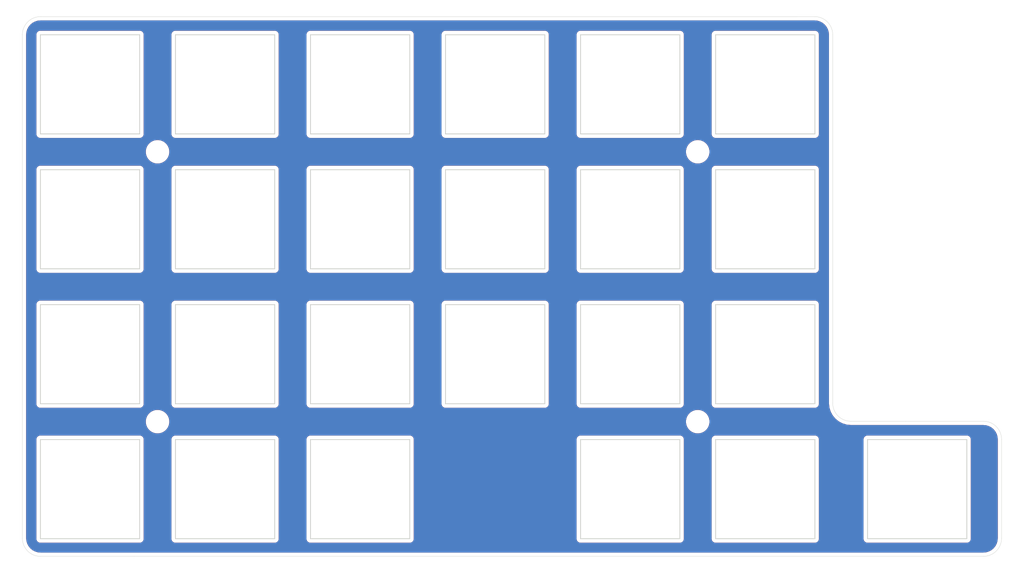
<source format=kicad_pcb>
(kicad_pcb (version 20171130) (host pcbnew "(5.1.10)-1")

  (general
    (thickness 1.6)
    (drawings 15)
    (tracks 0)
    (zones 0)
    (modules 28)
    (nets 1)
  )

  (page A4)
  (layers
    (0 F.Cu signal)
    (31 B.Cu signal)
    (32 B.Adhes user)
    (33 F.Adhes user)
    (34 B.Paste user)
    (35 F.Paste user)
    (36 B.SilkS user)
    (37 F.SilkS user)
    (38 B.Mask user)
    (39 F.Mask user)
    (40 Dwgs.User user)
    (41 Cmts.User user)
    (42 Eco1.User user)
    (43 Eco2.User user)
    (44 Edge.Cuts user)
    (45 Margin user)
    (46 B.CrtYd user)
    (47 F.CrtYd user)
    (48 B.Fab user)
    (49 F.Fab user)
  )

  (setup
    (last_trace_width 0.25)
    (trace_clearance 0.2)
    (zone_clearance 0.508)
    (zone_45_only no)
    (trace_min 0.2)
    (via_size 0.8)
    (via_drill 0.4)
    (via_min_size 0.4)
    (via_min_drill 0.3)
    (uvia_size 0.3)
    (uvia_drill 0.1)
    (uvias_allowed no)
    (uvia_min_size 0.2)
    (uvia_min_drill 0.1)
    (edge_width 0.05)
    (segment_width 0.2)
    (pcb_text_width 0.3)
    (pcb_text_size 1.5 1.5)
    (mod_edge_width 0.12)
    (mod_text_size 1 1)
    (mod_text_width 0.15)
    (pad_size 1.524 1.524)
    (pad_drill 0.762)
    (pad_to_mask_clearance 0)
    (aux_axis_origin 0 0)
    (visible_elements 7FFFFFFF)
    (pcbplotparams
      (layerselection 0x010fc_ffffffff)
      (usegerberextensions false)
      (usegerberattributes true)
      (usegerberadvancedattributes true)
      (creategerberjobfile true)
      (excludeedgelayer true)
      (linewidth 0.100000)
      (plotframeref false)
      (viasonmask false)
      (mode 1)
      (useauxorigin false)
      (hpglpennumber 1)
      (hpglpenspeed 20)
      (hpglpendiameter 15.000000)
      (psnegative false)
      (psa4output false)
      (plotreference true)
      (plotvalue true)
      (plotinvisibletext false)
      (padsonsilk false)
      (subtractmaskfromsilk false)
      (outputformat 1)
      (mirror false)
      (drillshape 1)
      (scaleselection 1)
      (outputdirectory ""))
  )

  (net 0 "")

  (net_class Default "This is the default net class."
    (clearance 0.2)
    (trace_width 0.25)
    (via_dia 0.8)
    (via_drill 0.4)
    (uvia_dia 0.3)
    (uvia_drill 0.1)
  )

  (module kbd:SW_Hole (layer F.Cu) (tedit 5F1B7F65) (tstamp 627BBB87)
    (at 162.71875 99.21875)
    (fp_text reference SW2 (at 7 8.1) (layer F.SilkS) hide
      (effects (font (size 1 1) (thickness 0.15)))
    )
    (fp_text value KEY_SWITCH (at -7.4 -8.1) (layer F.Fab) hide
      (effects (font (size 1 1) (thickness 0.15)))
    )
    (fp_line (start 9.525 9.525) (end 9.525 -9.525) (layer F.Fab) (width 0.15))
    (fp_line (start -9.525 9.525) (end 9.525 9.525) (layer F.Fab) (width 0.15))
    (fp_line (start -9.525 -9.525) (end -9.525 9.525) (layer F.Fab) (width 0.15))
    (fp_line (start 9.525 -9.525) (end -9.525 -9.525) (layer F.Fab) (width 0.15))
    (fp_line (start -7 -7) (end -7 7) (layer Edge.Cuts) (width 0.12))
    (fp_line (start -7 7) (end 7 7) (layer Edge.Cuts) (width 0.12))
    (fp_line (start 7 7) (end 7 -7) (layer Edge.Cuts) (width 0.12))
    (fp_line (start 7 -7) (end -7 -7) (layer Edge.Cuts) (width 0.12))
  )

  (module kbd:SW_Hole (layer F.Cu) (tedit 5F1B7F65) (tstamp 627BBB7C)
    (at 124.61875 118.26875)
    (fp_text reference SW2 (at 7 8.1) (layer F.SilkS) hide
      (effects (font (size 1 1) (thickness 0.15)))
    )
    (fp_text value KEY_SWITCH (at -7.4 -8.1) (layer F.Fab) hide
      (effects (font (size 1 1) (thickness 0.15)))
    )
    (fp_line (start 9.525 9.525) (end 9.525 -9.525) (layer F.Fab) (width 0.15))
    (fp_line (start -9.525 9.525) (end 9.525 9.525) (layer F.Fab) (width 0.15))
    (fp_line (start -9.525 -9.525) (end -9.525 9.525) (layer F.Fab) (width 0.15))
    (fp_line (start 9.525 -9.525) (end -9.525 -9.525) (layer F.Fab) (width 0.15))
    (fp_line (start -7 -7) (end -7 7) (layer Edge.Cuts) (width 0.12))
    (fp_line (start -7 7) (end 7 7) (layer Edge.Cuts) (width 0.12))
    (fp_line (start 7 7) (end 7 -7) (layer Edge.Cuts) (width 0.12))
    (fp_line (start 7 -7) (end -7 -7) (layer Edge.Cuts) (width 0.12))
  )

  (module kbd:SW_Hole (layer F.Cu) (tedit 5F1B7F65) (tstamp 627BBB71)
    (at 181.76875 99.21875)
    (fp_text reference SW2 (at 7 8.1) (layer F.SilkS) hide
      (effects (font (size 1 1) (thickness 0.15)))
    )
    (fp_text value KEY_SWITCH (at -7.4 -8.1) (layer F.Fab) hide
      (effects (font (size 1 1) (thickness 0.15)))
    )
    (fp_line (start 9.525 9.525) (end 9.525 -9.525) (layer F.Fab) (width 0.15))
    (fp_line (start -9.525 9.525) (end 9.525 9.525) (layer F.Fab) (width 0.15))
    (fp_line (start -9.525 -9.525) (end -9.525 9.525) (layer F.Fab) (width 0.15))
    (fp_line (start 9.525 -9.525) (end -9.525 -9.525) (layer F.Fab) (width 0.15))
    (fp_line (start -7 -7) (end -7 7) (layer Edge.Cuts) (width 0.12))
    (fp_line (start -7 7) (end 7 7) (layer Edge.Cuts) (width 0.12))
    (fp_line (start 7 7) (end 7 -7) (layer Edge.Cuts) (width 0.12))
    (fp_line (start 7 -7) (end -7 -7) (layer Edge.Cuts) (width 0.12))
  )

  (module kbd:SW_Hole (layer F.Cu) (tedit 5F1B7F65) (tstamp 627BBB66)
    (at 181.76875 118.26875)
    (fp_text reference SW2 (at 7 8.1) (layer F.SilkS) hide
      (effects (font (size 1 1) (thickness 0.15)))
    )
    (fp_text value KEY_SWITCH (at -7.4 -8.1) (layer F.Fab) hide
      (effects (font (size 1 1) (thickness 0.15)))
    )
    (fp_line (start 9.525 9.525) (end 9.525 -9.525) (layer F.Fab) (width 0.15))
    (fp_line (start -9.525 9.525) (end 9.525 9.525) (layer F.Fab) (width 0.15))
    (fp_line (start -9.525 -9.525) (end -9.525 9.525) (layer F.Fab) (width 0.15))
    (fp_line (start 9.525 -9.525) (end -9.525 -9.525) (layer F.Fab) (width 0.15))
    (fp_line (start -7 -7) (end -7 7) (layer Edge.Cuts) (width 0.12))
    (fp_line (start -7 7) (end 7 7) (layer Edge.Cuts) (width 0.12))
    (fp_line (start 7 7) (end 7 -7) (layer Edge.Cuts) (width 0.12))
    (fp_line (start 7 -7) (end -7 -7) (layer Edge.Cuts) (width 0.12))
  )

  (module kbd:SW_Hole (layer F.Cu) (tedit 5F1B7F65) (tstamp 627BBB5B)
    (at 86.51875 118.26875)
    (fp_text reference SW2 (at 7 8.1) (layer F.SilkS) hide
      (effects (font (size 1 1) (thickness 0.15)))
    )
    (fp_text value KEY_SWITCH (at -7.4 -8.1) (layer F.Fab) hide
      (effects (font (size 1 1) (thickness 0.15)))
    )
    (fp_line (start 9.525 9.525) (end 9.525 -9.525) (layer F.Fab) (width 0.15))
    (fp_line (start -9.525 9.525) (end 9.525 9.525) (layer F.Fab) (width 0.15))
    (fp_line (start -9.525 -9.525) (end -9.525 9.525) (layer F.Fab) (width 0.15))
    (fp_line (start 9.525 -9.525) (end -9.525 -9.525) (layer F.Fab) (width 0.15))
    (fp_line (start -7 -7) (end -7 7) (layer Edge.Cuts) (width 0.12))
    (fp_line (start -7 7) (end 7 7) (layer Edge.Cuts) (width 0.12))
    (fp_line (start 7 7) (end 7 -7) (layer Edge.Cuts) (width 0.12))
    (fp_line (start 7 -7) (end -7 -7) (layer Edge.Cuts) (width 0.12))
  )

  (module kbd:SW_Hole (layer F.Cu) (tedit 5F1B7F65) (tstamp 627BBB50)
    (at 203.2 118.26875)
    (fp_text reference SW2 (at 7 8.1) (layer F.SilkS) hide
      (effects (font (size 1 1) (thickness 0.15)))
    )
    (fp_text value KEY_SWITCH (at -7.4 -8.1) (layer F.Fab) hide
      (effects (font (size 1 1) (thickness 0.15)))
    )
    (fp_line (start 9.525 9.525) (end 9.525 -9.525) (layer F.Fab) (width 0.15))
    (fp_line (start -9.525 9.525) (end 9.525 9.525) (layer F.Fab) (width 0.15))
    (fp_line (start -9.525 -9.525) (end -9.525 9.525) (layer F.Fab) (width 0.15))
    (fp_line (start 9.525 -9.525) (end -9.525 -9.525) (layer F.Fab) (width 0.15))
    (fp_line (start -7 -7) (end -7 7) (layer Edge.Cuts) (width 0.12))
    (fp_line (start -7 7) (end 7 7) (layer Edge.Cuts) (width 0.12))
    (fp_line (start 7 7) (end 7 -7) (layer Edge.Cuts) (width 0.12))
    (fp_line (start 7 -7) (end -7 -7) (layer Edge.Cuts) (width 0.12))
  )

  (module kbd:SW_Hole (layer F.Cu) (tedit 5F1B7F65) (tstamp 627BBB45)
    (at 162.71875 118.26875)
    (fp_text reference SW2 (at 7 8.1) (layer F.SilkS) hide
      (effects (font (size 1 1) (thickness 0.15)))
    )
    (fp_text value KEY_SWITCH (at -7.4 -8.1) (layer F.Fab) hide
      (effects (font (size 1 1) (thickness 0.15)))
    )
    (fp_line (start 9.525 9.525) (end 9.525 -9.525) (layer F.Fab) (width 0.15))
    (fp_line (start -9.525 9.525) (end 9.525 9.525) (layer F.Fab) (width 0.15))
    (fp_line (start -9.525 -9.525) (end -9.525 9.525) (layer F.Fab) (width 0.15))
    (fp_line (start 9.525 -9.525) (end -9.525 -9.525) (layer F.Fab) (width 0.15))
    (fp_line (start -7 -7) (end -7 7) (layer Edge.Cuts) (width 0.12))
    (fp_line (start -7 7) (end 7 7) (layer Edge.Cuts) (width 0.12))
    (fp_line (start 7 7) (end 7 -7) (layer Edge.Cuts) (width 0.12))
    (fp_line (start 7 -7) (end -7 -7) (layer Edge.Cuts) (width 0.12))
  )

  (module kbd:SW_Hole (layer F.Cu) (tedit 5F1B7F65) (tstamp 627BBB3A)
    (at 105.56875 118.26875)
    (fp_text reference SW2 (at 7 8.1) (layer F.SilkS) hide
      (effects (font (size 1 1) (thickness 0.15)))
    )
    (fp_text value KEY_SWITCH (at -7.4 -8.1) (layer F.Fab) hide
      (effects (font (size 1 1) (thickness 0.15)))
    )
    (fp_line (start 9.525 9.525) (end 9.525 -9.525) (layer F.Fab) (width 0.15))
    (fp_line (start -9.525 9.525) (end 9.525 9.525) (layer F.Fab) (width 0.15))
    (fp_line (start -9.525 -9.525) (end -9.525 9.525) (layer F.Fab) (width 0.15))
    (fp_line (start 9.525 -9.525) (end -9.525 -9.525) (layer F.Fab) (width 0.15))
    (fp_line (start -7 -7) (end -7 7) (layer Edge.Cuts) (width 0.12))
    (fp_line (start -7 7) (end 7 7) (layer Edge.Cuts) (width 0.12))
    (fp_line (start 7 7) (end 7 -7) (layer Edge.Cuts) (width 0.12))
    (fp_line (start 7 -7) (end -7 -7) (layer Edge.Cuts) (width 0.12))
  )

  (module kbd:SW_Hole (layer F.Cu) (tedit 5F1B7F65) (tstamp 627BBB2F)
    (at 181.76875 80.16875)
    (fp_text reference SW2 (at 7 8.1) (layer F.SilkS) hide
      (effects (font (size 1 1) (thickness 0.15)))
    )
    (fp_text value KEY_SWITCH (at -7.4 -8.1) (layer F.Fab) hide
      (effects (font (size 1 1) (thickness 0.15)))
    )
    (fp_line (start 9.525 9.525) (end 9.525 -9.525) (layer F.Fab) (width 0.15))
    (fp_line (start -9.525 9.525) (end 9.525 9.525) (layer F.Fab) (width 0.15))
    (fp_line (start -9.525 -9.525) (end -9.525 9.525) (layer F.Fab) (width 0.15))
    (fp_line (start 9.525 -9.525) (end -9.525 -9.525) (layer F.Fab) (width 0.15))
    (fp_line (start -7 -7) (end -7 7) (layer Edge.Cuts) (width 0.12))
    (fp_line (start -7 7) (end 7 7) (layer Edge.Cuts) (width 0.12))
    (fp_line (start 7 7) (end 7 -7) (layer Edge.Cuts) (width 0.12))
    (fp_line (start 7 -7) (end -7 -7) (layer Edge.Cuts) (width 0.12))
  )

  (module kbd:SW_Hole (layer F.Cu) (tedit 5F1B7F65) (tstamp 627BBB24)
    (at 143.66875 99.21875)
    (fp_text reference SW2 (at 7 8.1) (layer F.SilkS) hide
      (effects (font (size 1 1) (thickness 0.15)))
    )
    (fp_text value KEY_SWITCH (at -7.4 -8.1) (layer F.Fab) hide
      (effects (font (size 1 1) (thickness 0.15)))
    )
    (fp_line (start 9.525 9.525) (end 9.525 -9.525) (layer F.Fab) (width 0.15))
    (fp_line (start -9.525 9.525) (end 9.525 9.525) (layer F.Fab) (width 0.15))
    (fp_line (start -9.525 -9.525) (end -9.525 9.525) (layer F.Fab) (width 0.15))
    (fp_line (start 9.525 -9.525) (end -9.525 -9.525) (layer F.Fab) (width 0.15))
    (fp_line (start -7 -7) (end -7 7) (layer Edge.Cuts) (width 0.12))
    (fp_line (start -7 7) (end 7 7) (layer Edge.Cuts) (width 0.12))
    (fp_line (start 7 7) (end 7 -7) (layer Edge.Cuts) (width 0.12))
    (fp_line (start 7 -7) (end -7 -7) (layer Edge.Cuts) (width 0.12))
  )

  (module kbd:SW_Hole (layer F.Cu) (tedit 5F1B7F65) (tstamp 627BBB19)
    (at 105.56875 99.21875)
    (fp_text reference SW2 (at 7 8.1) (layer F.SilkS) hide
      (effects (font (size 1 1) (thickness 0.15)))
    )
    (fp_text value KEY_SWITCH (at -7.4 -8.1) (layer F.Fab) hide
      (effects (font (size 1 1) (thickness 0.15)))
    )
    (fp_line (start 9.525 9.525) (end 9.525 -9.525) (layer F.Fab) (width 0.15))
    (fp_line (start -9.525 9.525) (end 9.525 9.525) (layer F.Fab) (width 0.15))
    (fp_line (start -9.525 -9.525) (end -9.525 9.525) (layer F.Fab) (width 0.15))
    (fp_line (start 9.525 -9.525) (end -9.525 -9.525) (layer F.Fab) (width 0.15))
    (fp_line (start -7 -7) (end -7 7) (layer Edge.Cuts) (width 0.12))
    (fp_line (start -7 7) (end 7 7) (layer Edge.Cuts) (width 0.12))
    (fp_line (start 7 7) (end 7 -7) (layer Edge.Cuts) (width 0.12))
    (fp_line (start 7 -7) (end -7 -7) (layer Edge.Cuts) (width 0.12))
  )

  (module kbd:SW_Hole (layer F.Cu) (tedit 5F1B7F65) (tstamp 627BBB0E)
    (at 124.61875 61.11875)
    (fp_text reference SW2 (at 7 8.1) (layer F.SilkS) hide
      (effects (font (size 1 1) (thickness 0.15)))
    )
    (fp_text value KEY_SWITCH (at -7.4 -8.1) (layer F.Fab) hide
      (effects (font (size 1 1) (thickness 0.15)))
    )
    (fp_line (start 9.525 9.525) (end 9.525 -9.525) (layer F.Fab) (width 0.15))
    (fp_line (start -9.525 9.525) (end 9.525 9.525) (layer F.Fab) (width 0.15))
    (fp_line (start -9.525 -9.525) (end -9.525 9.525) (layer F.Fab) (width 0.15))
    (fp_line (start 9.525 -9.525) (end -9.525 -9.525) (layer F.Fab) (width 0.15))
    (fp_line (start -7 -7) (end -7 7) (layer Edge.Cuts) (width 0.12))
    (fp_line (start -7 7) (end 7 7) (layer Edge.Cuts) (width 0.12))
    (fp_line (start 7 7) (end 7 -7) (layer Edge.Cuts) (width 0.12))
    (fp_line (start 7 -7) (end -7 -7) (layer Edge.Cuts) (width 0.12))
  )

  (module kbd:SW_Hole (layer F.Cu) (tedit 5F1B7F65) (tstamp 627BBB03)
    (at 124.61875 80.16875)
    (fp_text reference SW2 (at 7 8.1) (layer F.SilkS) hide
      (effects (font (size 1 1) (thickness 0.15)))
    )
    (fp_text value KEY_SWITCH (at -7.4 -8.1) (layer F.Fab) hide
      (effects (font (size 1 1) (thickness 0.15)))
    )
    (fp_line (start 9.525 9.525) (end 9.525 -9.525) (layer F.Fab) (width 0.15))
    (fp_line (start -9.525 9.525) (end 9.525 9.525) (layer F.Fab) (width 0.15))
    (fp_line (start -9.525 -9.525) (end -9.525 9.525) (layer F.Fab) (width 0.15))
    (fp_line (start 9.525 -9.525) (end -9.525 -9.525) (layer F.Fab) (width 0.15))
    (fp_line (start -7 -7) (end -7 7) (layer Edge.Cuts) (width 0.12))
    (fp_line (start -7 7) (end 7 7) (layer Edge.Cuts) (width 0.12))
    (fp_line (start 7 7) (end 7 -7) (layer Edge.Cuts) (width 0.12))
    (fp_line (start 7 -7) (end -7 -7) (layer Edge.Cuts) (width 0.12))
  )

  (module kbd:SW_Hole (layer F.Cu) (tedit 5F1B7F65) (tstamp 627BBAF8)
    (at 143.66875 80.16875)
    (fp_text reference SW2 (at 7 8.1) (layer F.SilkS) hide
      (effects (font (size 1 1) (thickness 0.15)))
    )
    (fp_text value KEY_SWITCH (at -7.4 -8.1) (layer F.Fab) hide
      (effects (font (size 1 1) (thickness 0.15)))
    )
    (fp_line (start 9.525 9.525) (end 9.525 -9.525) (layer F.Fab) (width 0.15))
    (fp_line (start -9.525 9.525) (end 9.525 9.525) (layer F.Fab) (width 0.15))
    (fp_line (start -9.525 -9.525) (end -9.525 9.525) (layer F.Fab) (width 0.15))
    (fp_line (start 9.525 -9.525) (end -9.525 -9.525) (layer F.Fab) (width 0.15))
    (fp_line (start -7 -7) (end -7 7) (layer Edge.Cuts) (width 0.12))
    (fp_line (start -7 7) (end 7 7) (layer Edge.Cuts) (width 0.12))
    (fp_line (start 7 7) (end 7 -7) (layer Edge.Cuts) (width 0.12))
    (fp_line (start 7 -7) (end -7 -7) (layer Edge.Cuts) (width 0.12))
  )

  (module kbd:SW_Hole (layer F.Cu) (tedit 5F1B7F65) (tstamp 627BBAED)
    (at 181.76875 61.11875)
    (fp_text reference SW2 (at 7 8.1) (layer F.SilkS) hide
      (effects (font (size 1 1) (thickness 0.15)))
    )
    (fp_text value KEY_SWITCH (at -7.4 -8.1) (layer F.Fab) hide
      (effects (font (size 1 1) (thickness 0.15)))
    )
    (fp_line (start 9.525 9.525) (end 9.525 -9.525) (layer F.Fab) (width 0.15))
    (fp_line (start -9.525 9.525) (end 9.525 9.525) (layer F.Fab) (width 0.15))
    (fp_line (start -9.525 -9.525) (end -9.525 9.525) (layer F.Fab) (width 0.15))
    (fp_line (start 9.525 -9.525) (end -9.525 -9.525) (layer F.Fab) (width 0.15))
    (fp_line (start -7 -7) (end -7 7) (layer Edge.Cuts) (width 0.12))
    (fp_line (start -7 7) (end 7 7) (layer Edge.Cuts) (width 0.12))
    (fp_line (start 7 7) (end 7 -7) (layer Edge.Cuts) (width 0.12))
    (fp_line (start 7 -7) (end -7 -7) (layer Edge.Cuts) (width 0.12))
  )

  (module kbd:SW_Hole (layer F.Cu) (tedit 5F1B7F65) (tstamp 627BBAE2)
    (at 105.56875 80.16875)
    (fp_text reference SW2 (at 7 8.1) (layer F.SilkS) hide
      (effects (font (size 1 1) (thickness 0.15)))
    )
    (fp_text value KEY_SWITCH (at -7.4 -8.1) (layer F.Fab) hide
      (effects (font (size 1 1) (thickness 0.15)))
    )
    (fp_line (start 9.525 9.525) (end 9.525 -9.525) (layer F.Fab) (width 0.15))
    (fp_line (start -9.525 9.525) (end 9.525 9.525) (layer F.Fab) (width 0.15))
    (fp_line (start -9.525 -9.525) (end -9.525 9.525) (layer F.Fab) (width 0.15))
    (fp_line (start 9.525 -9.525) (end -9.525 -9.525) (layer F.Fab) (width 0.15))
    (fp_line (start -7 -7) (end -7 7) (layer Edge.Cuts) (width 0.12))
    (fp_line (start -7 7) (end 7 7) (layer Edge.Cuts) (width 0.12))
    (fp_line (start 7 7) (end 7 -7) (layer Edge.Cuts) (width 0.12))
    (fp_line (start 7 -7) (end -7 -7) (layer Edge.Cuts) (width 0.12))
  )

  (module kbd:SW_Hole (layer F.Cu) (tedit 5F1B7F65) (tstamp 627BBAD7)
    (at 86.51875 80.16875)
    (fp_text reference SW2 (at 7 8.1) (layer F.SilkS) hide
      (effects (font (size 1 1) (thickness 0.15)))
    )
    (fp_text value KEY_SWITCH (at -7.4 -8.1) (layer F.Fab) hide
      (effects (font (size 1 1) (thickness 0.15)))
    )
    (fp_line (start 9.525 9.525) (end 9.525 -9.525) (layer F.Fab) (width 0.15))
    (fp_line (start -9.525 9.525) (end 9.525 9.525) (layer F.Fab) (width 0.15))
    (fp_line (start -9.525 -9.525) (end -9.525 9.525) (layer F.Fab) (width 0.15))
    (fp_line (start 9.525 -9.525) (end -9.525 -9.525) (layer F.Fab) (width 0.15))
    (fp_line (start -7 -7) (end -7 7) (layer Edge.Cuts) (width 0.12))
    (fp_line (start -7 7) (end 7 7) (layer Edge.Cuts) (width 0.12))
    (fp_line (start 7 7) (end 7 -7) (layer Edge.Cuts) (width 0.12))
    (fp_line (start 7 -7) (end -7 -7) (layer Edge.Cuts) (width 0.12))
  )

  (module kbd:thread_m2 (layer F.Cu) (tedit 5F8C61BB) (tstamp 627BBAD3)
    (at 96.04375 108.74375)
    (descr "Mounting Hole 2.2mm, no annular, M2")
    (tags "mounting hole 2.2mm no annular m2")
    (attr virtual)
    (fp_text reference Ref** (at -0.95 -0.55) (layer F.Fab) hide
      (effects (font (size 1 1) (thickness 0.15)))
    )
    (fp_text value Val** (at 0 0.55) (layer F.Fab) hide
      (effects (font (size 1 1) (thickness 0.15)))
    )
    (pad "" np_thru_hole circle (at 0 0) (size 2.3 2.3) (drill 2.3) (layers *.Cu *.Mask))
  )

  (module kbd:thread_m2 (layer F.Cu) (tedit 5F8C61BB) (tstamp 627BBACF)
    (at 172.24375 108.74375)
    (descr "Mounting Hole 2.2mm, no annular, M2")
    (tags "mounting hole 2.2mm no annular m2")
    (attr virtual)
    (fp_text reference Ref** (at -0.95 -0.55) (layer F.Fab) hide
      (effects (font (size 1 1) (thickness 0.15)))
    )
    (fp_text value Val** (at 0 0.55) (layer F.Fab) hide
      (effects (font (size 1 1) (thickness 0.15)))
    )
    (pad "" np_thru_hole circle (at 0 0) (size 2.3 2.3) (drill 2.3) (layers *.Cu *.Mask))
  )

  (module kbd:SW_Hole (layer F.Cu) (tedit 5F1B7F65) (tstamp 627BBAC4)
    (at 86.51875 61.11875)
    (fp_text reference SW2 (at 7 8.1) (layer F.SilkS) hide
      (effects (font (size 1 1) (thickness 0.15)))
    )
    (fp_text value KEY_SWITCH (at -7.4 -8.1) (layer F.Fab) hide
      (effects (font (size 1 1) (thickness 0.15)))
    )
    (fp_line (start 9.525 9.525) (end 9.525 -9.525) (layer F.Fab) (width 0.15))
    (fp_line (start -9.525 9.525) (end 9.525 9.525) (layer F.Fab) (width 0.15))
    (fp_line (start -9.525 -9.525) (end -9.525 9.525) (layer F.Fab) (width 0.15))
    (fp_line (start 9.525 -9.525) (end -9.525 -9.525) (layer F.Fab) (width 0.15))
    (fp_line (start -7 -7) (end -7 7) (layer Edge.Cuts) (width 0.12))
    (fp_line (start -7 7) (end 7 7) (layer Edge.Cuts) (width 0.12))
    (fp_line (start 7 7) (end 7 -7) (layer Edge.Cuts) (width 0.12))
    (fp_line (start 7 -7) (end -7 -7) (layer Edge.Cuts) (width 0.12))
  )

  (module kbd:SW_Hole (layer F.Cu) (tedit 5F1B7F65) (tstamp 627BBAB9)
    (at 124.61875 99.21875)
    (fp_text reference SW2 (at 7 8.1) (layer F.SilkS) hide
      (effects (font (size 1 1) (thickness 0.15)))
    )
    (fp_text value KEY_SWITCH (at -7.4 -8.1) (layer F.Fab) hide
      (effects (font (size 1 1) (thickness 0.15)))
    )
    (fp_line (start 9.525 9.525) (end 9.525 -9.525) (layer F.Fab) (width 0.15))
    (fp_line (start -9.525 9.525) (end 9.525 9.525) (layer F.Fab) (width 0.15))
    (fp_line (start -9.525 -9.525) (end -9.525 9.525) (layer F.Fab) (width 0.15))
    (fp_line (start 9.525 -9.525) (end -9.525 -9.525) (layer F.Fab) (width 0.15))
    (fp_line (start -7 -7) (end -7 7) (layer Edge.Cuts) (width 0.12))
    (fp_line (start -7 7) (end 7 7) (layer Edge.Cuts) (width 0.12))
    (fp_line (start 7 7) (end 7 -7) (layer Edge.Cuts) (width 0.12))
    (fp_line (start 7 -7) (end -7 -7) (layer Edge.Cuts) (width 0.12))
  )

  (module kbd:SW_Hole (layer F.Cu) (tedit 5F1B7F65) (tstamp 627BBAAE)
    (at 105.56875 61.11875)
    (fp_text reference SW2 (at 7 8.1) (layer F.SilkS) hide
      (effects (font (size 1 1) (thickness 0.15)))
    )
    (fp_text value KEY_SWITCH (at -7.4 -8.1) (layer F.Fab) hide
      (effects (font (size 1 1) (thickness 0.15)))
    )
    (fp_line (start 9.525 9.525) (end 9.525 -9.525) (layer F.Fab) (width 0.15))
    (fp_line (start -9.525 9.525) (end 9.525 9.525) (layer F.Fab) (width 0.15))
    (fp_line (start -9.525 -9.525) (end -9.525 9.525) (layer F.Fab) (width 0.15))
    (fp_line (start 9.525 -9.525) (end -9.525 -9.525) (layer F.Fab) (width 0.15))
    (fp_line (start -7 -7) (end -7 7) (layer Edge.Cuts) (width 0.12))
    (fp_line (start -7 7) (end 7 7) (layer Edge.Cuts) (width 0.12))
    (fp_line (start 7 7) (end 7 -7) (layer Edge.Cuts) (width 0.12))
    (fp_line (start 7 -7) (end -7 -7) (layer Edge.Cuts) (width 0.12))
  )

  (module kbd:SW_Hole (layer F.Cu) (tedit 5F1B7F65) (tstamp 627BBAA3)
    (at 86.51875 99.21875)
    (fp_text reference SW2 (at 7 8.1) (layer F.SilkS) hide
      (effects (font (size 1 1) (thickness 0.15)))
    )
    (fp_text value KEY_SWITCH (at -7.4 -8.1) (layer F.Fab) hide
      (effects (font (size 1 1) (thickness 0.15)))
    )
    (fp_line (start 9.525 9.525) (end 9.525 -9.525) (layer F.Fab) (width 0.15))
    (fp_line (start -9.525 9.525) (end 9.525 9.525) (layer F.Fab) (width 0.15))
    (fp_line (start -9.525 -9.525) (end -9.525 9.525) (layer F.Fab) (width 0.15))
    (fp_line (start 9.525 -9.525) (end -9.525 -9.525) (layer F.Fab) (width 0.15))
    (fp_line (start -7 -7) (end -7 7) (layer Edge.Cuts) (width 0.12))
    (fp_line (start -7 7) (end 7 7) (layer Edge.Cuts) (width 0.12))
    (fp_line (start 7 7) (end 7 -7) (layer Edge.Cuts) (width 0.12))
    (fp_line (start 7 -7) (end -7 -7) (layer Edge.Cuts) (width 0.12))
  )

  (module kbd:SW_Hole (layer F.Cu) (tedit 5F1B7F65) (tstamp 627BBA98)
    (at 143.66875 61.11875)
    (fp_text reference SW2 (at 7 8.1) (layer F.SilkS) hide
      (effects (font (size 1 1) (thickness 0.15)))
    )
    (fp_text value KEY_SWITCH (at -7.4 -8.1) (layer F.Fab) hide
      (effects (font (size 1 1) (thickness 0.15)))
    )
    (fp_line (start 9.525 9.525) (end 9.525 -9.525) (layer F.Fab) (width 0.15))
    (fp_line (start -9.525 9.525) (end 9.525 9.525) (layer F.Fab) (width 0.15))
    (fp_line (start -9.525 -9.525) (end -9.525 9.525) (layer F.Fab) (width 0.15))
    (fp_line (start 9.525 -9.525) (end -9.525 -9.525) (layer F.Fab) (width 0.15))
    (fp_line (start -7 -7) (end -7 7) (layer Edge.Cuts) (width 0.12))
    (fp_line (start -7 7) (end 7 7) (layer Edge.Cuts) (width 0.12))
    (fp_line (start 7 7) (end 7 -7) (layer Edge.Cuts) (width 0.12))
    (fp_line (start 7 -7) (end -7 -7) (layer Edge.Cuts) (width 0.12))
  )

  (module kbd:SW_Hole (layer F.Cu) (tedit 5F1B7F65) (tstamp 627BBA8D)
    (at 162.71875 61.11875)
    (fp_text reference SW2 (at 7 8.1) (layer F.SilkS) hide
      (effects (font (size 1 1) (thickness 0.15)))
    )
    (fp_text value KEY_SWITCH (at -7.4 -8.1) (layer F.Fab) hide
      (effects (font (size 1 1) (thickness 0.15)))
    )
    (fp_line (start 9.525 9.525) (end 9.525 -9.525) (layer F.Fab) (width 0.15))
    (fp_line (start -9.525 9.525) (end 9.525 9.525) (layer F.Fab) (width 0.15))
    (fp_line (start -9.525 -9.525) (end -9.525 9.525) (layer F.Fab) (width 0.15))
    (fp_line (start 9.525 -9.525) (end -9.525 -9.525) (layer F.Fab) (width 0.15))
    (fp_line (start -7 -7) (end -7 7) (layer Edge.Cuts) (width 0.12))
    (fp_line (start -7 7) (end 7 7) (layer Edge.Cuts) (width 0.12))
    (fp_line (start 7 7) (end 7 -7) (layer Edge.Cuts) (width 0.12))
    (fp_line (start 7 -7) (end -7 -7) (layer Edge.Cuts) (width 0.12))
  )

  (module kbd:SW_Hole (layer F.Cu) (tedit 5F1B7F65) (tstamp 627BBA82)
    (at 162.71875 80.16875)
    (fp_text reference SW2 (at 7 8.1) (layer F.SilkS) hide
      (effects (font (size 1 1) (thickness 0.15)))
    )
    (fp_text value KEY_SWITCH (at -7.4 -8.1) (layer F.Fab) hide
      (effects (font (size 1 1) (thickness 0.15)))
    )
    (fp_line (start 9.525 9.525) (end 9.525 -9.525) (layer F.Fab) (width 0.15))
    (fp_line (start -9.525 9.525) (end 9.525 9.525) (layer F.Fab) (width 0.15))
    (fp_line (start -9.525 -9.525) (end -9.525 9.525) (layer F.Fab) (width 0.15))
    (fp_line (start 9.525 -9.525) (end -9.525 -9.525) (layer F.Fab) (width 0.15))
    (fp_line (start -7 -7) (end -7 7) (layer Edge.Cuts) (width 0.12))
    (fp_line (start -7 7) (end 7 7) (layer Edge.Cuts) (width 0.12))
    (fp_line (start 7 7) (end 7 -7) (layer Edge.Cuts) (width 0.12))
    (fp_line (start 7 -7) (end -7 -7) (layer Edge.Cuts) (width 0.12))
  )

  (module kbd:thread_m2 (layer F.Cu) (tedit 5F8C61BB) (tstamp 627BBA79)
    (at 172.24375 70.64375)
    (descr "Mounting Hole 2.2mm, no annular, M2")
    (tags "mounting hole 2.2mm no annular m2")
    (attr virtual)
    (fp_text reference Ref** (at -0.95 -0.55) (layer F.Fab) hide
      (effects (font (size 1 1) (thickness 0.15)))
    )
    (fp_text value Val** (at 0 0.55) (layer F.Fab) hide
      (effects (font (size 1 1) (thickness 0.15)))
    )
    (pad "" np_thru_hole circle (at 0 0) (size 2.3 2.3) (drill 2.3) (layers *.Cu *.Mask))
  )

  (module kbd:thread_m2 (layer F.Cu) (tedit 5F8C61BB) (tstamp 627BBA75)
    (at 96.04375 70.64375)
    (descr "Mounting Hole 2.2mm, no annular, M2")
    (tags "mounting hole 2.2mm no annular m2")
    (attr virtual)
    (fp_text reference Ref** (at -0.95 -0.55) (layer F.Fab) hide
      (effects (font (size 1 1) (thickness 0.15)))
    )
    (fp_text value Val** (at 0 0.55) (layer F.Fab) hide
      (effects (font (size 1 1) (thickness 0.15)))
    )
    (pad "" np_thru_hole circle (at 0 0) (size 2.3 2.3) (drill 2.3) (layers *.Cu *.Mask))
  )

  (gr_arc (start 79.535078 54.12125) (end 79.535078 51.561172) (angle -90) (layer Edge.Cuts) (width 0.05) (tstamp 627BBB98))
  (gr_arc (start 212.54212 125.201172) (end 212.54212 127.76125) (angle -90) (layer Edge.Cuts) (width 0.05) (tstamp 627BBB97))
  (gr_arc (start 79.535 125.20125) (end 76.974922 125.20125) (angle -90) (layer Edge.Cuts) (width 0.05) (tstamp 627BBB96))
  (gr_arc (start 188.727322 54.11978) (end 191.2874 54.11978) (angle -90) (layer Edge.Cuts) (width 0.05) (tstamp 627BBB95))
  (gr_line (start 76.974922 125.20125) (end 76.975 54.12125) (layer Edge.Cuts) (width 0.05) (tstamp 627BBB94))
  (gr_line (start 92.765 127.76125) (end 79.535 127.761328) (layer Edge.Cuts) (width 0.05) (tstamp 627BBB93))
  (gr_line (start 79.535078 51.561172) (end 79.635 51.56125) (layer Edge.Cuts) (width 0.05) (tstamp 627BBB92))
  (gr_line (start 191.2874 54.11978) (end 191.2874 106.12628) (layer Edge.Cuts) (width 0.05) (tstamp 627BBA81))
  (gr_arc (start 212.542362 111.24692) (end 215.10244 111.24692) (angle -90) (layer Edge.Cuts) (width 0.05) (tstamp 627BBA80))
  (gr_line (start 201.562384 108.686842) (end 193.847478 108.686358) (layer Edge.Cuts) (width 0.05) (tstamp 627BBA7F))
  (gr_line (start 201.562384 108.686842) (end 212.542362 108.686842) (layer Edge.Cuts) (width 0.05) (tstamp 627BBA7E))
  (gr_arc (start 193.847478 106.12628) (end 191.2874 106.12628) (angle -90) (layer Edge.Cuts) (width 0.05) (tstamp 627BBA7D))
  (gr_line (start 92.765 127.76125) (end 212.54212 127.76125) (layer Edge.Cuts) (width 0.05) (tstamp 627BBA74))
  (gr_line (start 215.102198 125.201172) (end 215.102198 111.24692) (layer Edge.Cuts) (width 0.05) (tstamp 627BBA73))
  (gr_line (start 188.727322 51.559702) (end 79.635 51.56125) (layer Edge.Cuts) (width 0.05) (tstamp 627BBA72))

  (zone (net 0) (net_name "") (layer F.Cu) (tstamp 0) (hatch edge 0.508)
    (connect_pads (clearance 0.508))
    (min_thickness 0.254)
    (fill yes (arc_segments 32) (thermal_gap 0.508) (thermal_bridge_width 0.508))
    (polygon
      (pts
        (xy 218.28125 130.96875) (xy 73.81875 129.38125) (xy 75.40625 50.00625) (xy 211.93125 49.2125)
      )
    )
    (filled_polygon
      (pts
        (xy 189.095766 52.258993) (xy 189.450182 52.365997) (xy 189.77706 52.539802) (xy 190.06395 52.773784) (xy 190.299934 53.059039)
        (xy 190.476017 53.384698) (xy 190.585492 53.738356) (xy 190.6274 54.137082) (xy 190.627401 106.158699) (xy 190.630289 106.188026)
        (xy 190.630178 106.203971) (xy 190.631078 106.213142) (xy 190.683305 106.710044) (xy 190.695326 106.768607) (xy 190.706541 106.8274)
        (xy 190.709205 106.836222) (xy 190.856952 107.313517) (xy 190.88014 107.36868) (xy 190.902542 107.424126) (xy 190.906868 107.432262)
        (xy 191.144509 107.87177) (xy 191.177988 107.921404) (xy 191.210714 107.971415) (xy 191.216538 107.978557) (xy 191.53502 108.363535)
        (xy 191.577437 108.405657) (xy 191.619319 108.448426) (xy 191.62642 108.454299) (xy 192.013613 108.770086) (xy 192.063388 108.803156)
        (xy 192.112794 108.836986) (xy 192.120901 108.841368) (xy 192.562056 109.075935) (xy 192.617364 109.098731) (xy 192.672344 109.122296)
        (xy 192.681147 109.125021) (xy 193.159462 109.269433) (xy 193.218133 109.28105) (xy 193.276654 109.293489) (xy 193.285819 109.294452)
        (xy 193.783074 109.343208) (xy 193.783086 109.343208) (xy 193.815018 109.346355) (xy 201.529944 109.34684) (xy 201.529965 109.346842)
        (xy 201.562942 109.346842) (xy 201.594761 109.346844) (xy 201.594781 109.346842) (xy 212.510084 109.346842) (xy 212.910806 109.386133)
        (xy 213.265222 109.493137) (xy 213.5921 109.666942) (xy 213.87899 109.900924) (xy 214.114974 110.186179) (xy 214.291057 110.511838)
        (xy 214.400532 110.865496) (xy 214.442199 111.261929) (xy 214.442198 125.168893) (xy 214.402907 125.569616) (xy 214.295902 125.924032)
        (xy 214.122101 126.250906) (xy 213.888116 126.537799) (xy 213.602858 126.773785) (xy 213.277203 126.949867) (xy 212.923545 127.059342)
        (xy 212.524818 127.10125) (xy 92.732577 127.10125) (xy 79.567285 127.101329) (xy 79.166556 127.062037) (xy 78.81214 126.955032)
        (xy 78.485266 126.781231) (xy 78.198373 126.547246) (xy 77.962387 126.261988) (xy 77.786305 125.936333) (xy 77.67683 125.582675)
        (xy 77.634921 125.183939) (xy 77.634936 111.26875) (xy 78.820388 111.26875) (xy 78.82375 111.302885) (xy 78.823751 125.234605)
        (xy 78.820388 125.26875) (xy 78.833807 125.404994) (xy 78.873548 125.536002) (xy 78.938083 125.656739) (xy 79.024933 125.762567)
        (xy 79.130761 125.849417) (xy 79.251498 125.913952) (xy 79.382506 125.953693) (xy 79.484615 125.96375) (xy 79.484616 125.96375)
        (xy 79.51875 125.967112) (xy 79.552885 125.96375) (xy 93.484615 125.96375) (xy 93.51875 125.967112) (xy 93.552884 125.96375)
        (xy 93.552885 125.96375) (xy 93.654994 125.953693) (xy 93.786002 125.913952) (xy 93.906739 125.849417) (xy 94.012567 125.762567)
        (xy 94.099417 125.656739) (xy 94.163952 125.536002) (xy 94.203693 125.404994) (xy 94.217112 125.26875) (xy 94.21375 125.234615)
        (xy 94.21375 111.302885) (xy 94.217112 111.26875) (xy 97.870388 111.26875) (xy 97.87375 111.302885) (xy 97.873751 125.234605)
        (xy 97.870388 125.26875) (xy 97.883807 125.404994) (xy 97.923548 125.536002) (xy 97.988083 125.656739) (xy 98.074933 125.762567)
        (xy 98.180761 125.849417) (xy 98.301498 125.913952) (xy 98.432506 125.953693) (xy 98.534615 125.96375) (xy 98.534616 125.96375)
        (xy 98.56875 125.967112) (xy 98.602885 125.96375) (xy 112.534615 125.96375) (xy 112.56875 125.967112) (xy 112.602884 125.96375)
        (xy 112.602885 125.96375) (xy 112.704994 125.953693) (xy 112.836002 125.913952) (xy 112.956739 125.849417) (xy 113.062567 125.762567)
        (xy 113.149417 125.656739) (xy 113.213952 125.536002) (xy 113.253693 125.404994) (xy 113.267112 125.26875) (xy 113.26375 125.234615)
        (xy 113.26375 111.302885) (xy 113.267112 111.26875) (xy 116.920388 111.26875) (xy 116.92375 111.302885) (xy 116.923751 125.234605)
        (xy 116.920388 125.26875) (xy 116.933807 125.404994) (xy 116.973548 125.536002) (xy 117.038083 125.656739) (xy 117.124933 125.762567)
        (xy 117.230761 125.849417) (xy 117.351498 125.913952) (xy 117.482506 125.953693) (xy 117.584615 125.96375) (xy 117.584616 125.96375)
        (xy 117.61875 125.967112) (xy 117.652885 125.96375) (xy 131.584615 125.96375) (xy 131.61875 125.967112) (xy 131.652884 125.96375)
        (xy 131.652885 125.96375) (xy 131.754994 125.953693) (xy 131.886002 125.913952) (xy 132.006739 125.849417) (xy 132.112567 125.762567)
        (xy 132.199417 125.656739) (xy 132.263952 125.536002) (xy 132.303693 125.404994) (xy 132.317112 125.26875) (xy 132.31375 125.234615)
        (xy 132.31375 111.302885) (xy 132.317112 111.26875) (xy 155.020388 111.26875) (xy 155.02375 111.302885) (xy 155.023751 125.234605)
        (xy 155.020388 125.26875) (xy 155.033807 125.404994) (xy 155.073548 125.536002) (xy 155.138083 125.656739) (xy 155.224933 125.762567)
        (xy 155.330761 125.849417) (xy 155.451498 125.913952) (xy 155.582506 125.953693) (xy 155.684615 125.96375) (xy 155.684616 125.96375)
        (xy 155.71875 125.967112) (xy 155.752885 125.96375) (xy 169.684615 125.96375) (xy 169.71875 125.967112) (xy 169.752884 125.96375)
        (xy 169.752885 125.96375) (xy 169.854994 125.953693) (xy 169.986002 125.913952) (xy 170.106739 125.849417) (xy 170.212567 125.762567)
        (xy 170.299417 125.656739) (xy 170.363952 125.536002) (xy 170.403693 125.404994) (xy 170.417112 125.26875) (xy 170.41375 125.234615)
        (xy 170.41375 111.302885) (xy 170.417112 111.26875) (xy 174.070388 111.26875) (xy 174.07375 111.302885) (xy 174.073751 125.234605)
        (xy 174.070388 125.26875) (xy 174.083807 125.404994) (xy 174.123548 125.536002) (xy 174.188083 125.656739) (xy 174.274933 125.762567)
        (xy 174.380761 125.849417) (xy 174.501498 125.913952) (xy 174.632506 125.953693) (xy 174.734615 125.96375) (xy 174.734616 125.96375)
        (xy 174.76875 125.967112) (xy 174.802885 125.96375) (xy 188.734615 125.96375) (xy 188.76875 125.967112) (xy 188.802884 125.96375)
        (xy 188.802885 125.96375) (xy 188.904994 125.953693) (xy 189.036002 125.913952) (xy 189.156739 125.849417) (xy 189.262567 125.762567)
        (xy 189.349417 125.656739) (xy 189.413952 125.536002) (xy 189.453693 125.404994) (xy 189.467112 125.26875) (xy 189.46375 125.234615)
        (xy 189.46375 111.302885) (xy 189.467112 111.26875) (xy 195.501638 111.26875) (xy 195.505 111.302885) (xy 195.505001 125.234605)
        (xy 195.501638 125.26875) (xy 195.515057 125.404994) (xy 195.554798 125.536002) (xy 195.619333 125.656739) (xy 195.706183 125.762567)
        (xy 195.812011 125.849417) (xy 195.932748 125.913952) (xy 196.063756 125.953693) (xy 196.165865 125.96375) (xy 196.165866 125.96375)
        (xy 196.2 125.967112) (xy 196.234135 125.96375) (xy 210.165865 125.96375) (xy 210.2 125.967112) (xy 210.234134 125.96375)
        (xy 210.234135 125.96375) (xy 210.336244 125.953693) (xy 210.467252 125.913952) (xy 210.587989 125.849417) (xy 210.693817 125.762567)
        (xy 210.780667 125.656739) (xy 210.845202 125.536002) (xy 210.884943 125.404994) (xy 210.898362 125.26875) (xy 210.895 125.234615)
        (xy 210.895 111.302885) (xy 210.898362 111.26875) (xy 210.884943 111.132506) (xy 210.845202 111.001498) (xy 210.780667 110.880761)
        (xy 210.693817 110.774933) (xy 210.587989 110.688083) (xy 210.467252 110.623548) (xy 210.336244 110.583807) (xy 210.234135 110.57375)
        (xy 210.2 110.570388) (xy 210.165866 110.57375) (xy 196.234134 110.57375) (xy 196.2 110.570388) (xy 196.165865 110.57375)
        (xy 196.063756 110.583807) (xy 195.932748 110.623548) (xy 195.812011 110.688083) (xy 195.706183 110.774933) (xy 195.619333 110.880761)
        (xy 195.554798 111.001498) (xy 195.515057 111.132506) (xy 195.501638 111.26875) (xy 189.467112 111.26875) (xy 189.453693 111.132506)
        (xy 189.413952 111.001498) (xy 189.349417 110.880761) (xy 189.262567 110.774933) (xy 189.156739 110.688083) (xy 189.036002 110.623548)
        (xy 188.904994 110.583807) (xy 188.802885 110.57375) (xy 188.76875 110.570388) (xy 188.734616 110.57375) (xy 174.802884 110.57375)
        (xy 174.76875 110.570388) (xy 174.734615 110.57375) (xy 174.632506 110.583807) (xy 174.501498 110.623548) (xy 174.380761 110.688083)
        (xy 174.274933 110.774933) (xy 174.188083 110.880761) (xy 174.123548 111.001498) (xy 174.083807 111.132506) (xy 174.070388 111.26875)
        (xy 170.417112 111.26875) (xy 170.403693 111.132506) (xy 170.363952 111.001498) (xy 170.299417 110.880761) (xy 170.212567 110.774933)
        (xy 170.106739 110.688083) (xy 169.986002 110.623548) (xy 169.854994 110.583807) (xy 169.752885 110.57375) (xy 169.71875 110.570388)
        (xy 169.684616 110.57375) (xy 155.752884 110.57375) (xy 155.71875 110.570388) (xy 155.684615 110.57375) (xy 155.582506 110.583807)
        (xy 155.451498 110.623548) (xy 155.330761 110.688083) (xy 155.224933 110.774933) (xy 155.138083 110.880761) (xy 155.073548 111.001498)
        (xy 155.033807 111.132506) (xy 155.020388 111.26875) (xy 132.317112 111.26875) (xy 132.303693 111.132506) (xy 132.263952 111.001498)
        (xy 132.199417 110.880761) (xy 132.112567 110.774933) (xy 132.006739 110.688083) (xy 131.886002 110.623548) (xy 131.754994 110.583807)
        (xy 131.652885 110.57375) (xy 131.61875 110.570388) (xy 131.584616 110.57375) (xy 117.652884 110.57375) (xy 117.61875 110.570388)
        (xy 117.584615 110.57375) (xy 117.482506 110.583807) (xy 117.351498 110.623548) (xy 117.230761 110.688083) (xy 117.124933 110.774933)
        (xy 117.038083 110.880761) (xy 116.973548 111.001498) (xy 116.933807 111.132506) (xy 116.920388 111.26875) (xy 113.267112 111.26875)
        (xy 113.253693 111.132506) (xy 113.213952 111.001498) (xy 113.149417 110.880761) (xy 113.062567 110.774933) (xy 112.956739 110.688083)
        (xy 112.836002 110.623548) (xy 112.704994 110.583807) (xy 112.602885 110.57375) (xy 112.56875 110.570388) (xy 112.534616 110.57375)
        (xy 98.602884 110.57375) (xy 98.56875 110.570388) (xy 98.534615 110.57375) (xy 98.432506 110.583807) (xy 98.301498 110.623548)
        (xy 98.180761 110.688083) (xy 98.074933 110.774933) (xy 97.988083 110.880761) (xy 97.923548 111.001498) (xy 97.883807 111.132506)
        (xy 97.870388 111.26875) (xy 94.217112 111.26875) (xy 94.203693 111.132506) (xy 94.163952 111.001498) (xy 94.099417 110.880761)
        (xy 94.012567 110.774933) (xy 93.906739 110.688083) (xy 93.786002 110.623548) (xy 93.654994 110.583807) (xy 93.552885 110.57375)
        (xy 93.51875 110.570388) (xy 93.484616 110.57375) (xy 79.552884 110.57375) (xy 79.51875 110.570388) (xy 79.484615 110.57375)
        (xy 79.382506 110.583807) (xy 79.251498 110.623548) (xy 79.130761 110.688083) (xy 79.024933 110.774933) (xy 78.938083 110.880761)
        (xy 78.873548 111.001498) (xy 78.833807 111.132506) (xy 78.820388 111.26875) (xy 77.634936 111.26875) (xy 77.634938 108.567943)
        (xy 94.25875 108.567943) (xy 94.25875 108.919557) (xy 94.327346 109.264415) (xy 94.461903 109.589265) (xy 94.65725 109.881621)
        (xy 94.905879 110.13025) (xy 95.198235 110.325597) (xy 95.523085 110.460154) (xy 95.867943 110.52875) (xy 96.219557 110.52875)
        (xy 96.564415 110.460154) (xy 96.889265 110.325597) (xy 97.181621 110.13025) (xy 97.43025 109.881621) (xy 97.625597 109.589265)
        (xy 97.760154 109.264415) (xy 97.82875 108.919557) (xy 97.82875 108.567943) (xy 170.45875 108.567943) (xy 170.45875 108.919557)
        (xy 170.527346 109.264415) (xy 170.661903 109.589265) (xy 170.85725 109.881621) (xy 171.105879 110.13025) (xy 171.398235 110.325597)
        (xy 171.723085 110.460154) (xy 172.067943 110.52875) (xy 172.419557 110.52875) (xy 172.764415 110.460154) (xy 173.089265 110.325597)
        (xy 173.381621 110.13025) (xy 173.63025 109.881621) (xy 173.825597 109.589265) (xy 173.960154 109.264415) (xy 174.02875 108.919557)
        (xy 174.02875 108.567943) (xy 173.960154 108.223085) (xy 173.825597 107.898235) (xy 173.63025 107.605879) (xy 173.381621 107.35725)
        (xy 173.089265 107.161903) (xy 172.764415 107.027346) (xy 172.419557 106.95875) (xy 172.067943 106.95875) (xy 171.723085 107.027346)
        (xy 171.398235 107.161903) (xy 171.105879 107.35725) (xy 170.85725 107.605879) (xy 170.661903 107.898235) (xy 170.527346 108.223085)
        (xy 170.45875 108.567943) (xy 97.82875 108.567943) (xy 97.760154 108.223085) (xy 97.625597 107.898235) (xy 97.43025 107.605879)
        (xy 97.181621 107.35725) (xy 96.889265 107.161903) (xy 96.564415 107.027346) (xy 96.219557 106.95875) (xy 95.867943 106.95875)
        (xy 95.523085 107.027346) (xy 95.198235 107.161903) (xy 94.905879 107.35725) (xy 94.65725 107.605879) (xy 94.461903 107.898235)
        (xy 94.327346 108.223085) (xy 94.25875 108.567943) (xy 77.634938 108.567943) (xy 77.634957 92.21875) (xy 78.820388 92.21875)
        (xy 78.82375 92.252885) (xy 78.823751 106.184605) (xy 78.820388 106.21875) (xy 78.833807 106.354994) (xy 78.873548 106.486002)
        (xy 78.938083 106.606739) (xy 79.024933 106.712567) (xy 79.130761 106.799417) (xy 79.251498 106.863952) (xy 79.382506 106.903693)
        (xy 79.484615 106.91375) (xy 79.484616 106.91375) (xy 79.51875 106.917112) (xy 79.552885 106.91375) (xy 93.484615 106.91375)
        (xy 93.51875 106.917112) (xy 93.552884 106.91375) (xy 93.552885 106.91375) (xy 93.654994 106.903693) (xy 93.786002 106.863952)
        (xy 93.906739 106.799417) (xy 94.012567 106.712567) (xy 94.099417 106.606739) (xy 94.163952 106.486002) (xy 94.203693 106.354994)
        (xy 94.217112 106.21875) (xy 94.21375 106.184615) (xy 94.21375 92.252885) (xy 94.217112 92.21875) (xy 97.870388 92.21875)
        (xy 97.87375 92.252885) (xy 97.873751 106.184605) (xy 97.870388 106.21875) (xy 97.883807 106.354994) (xy 97.923548 106.486002)
        (xy 97.988083 106.606739) (xy 98.074933 106.712567) (xy 98.180761 106.799417) (xy 98.301498 106.863952) (xy 98.432506 106.903693)
        (xy 98.534615 106.91375) (xy 98.534616 106.91375) (xy 98.56875 106.917112) (xy 98.602885 106.91375) (xy 112.534615 106.91375)
        (xy 112.56875 106.917112) (xy 112.602884 106.91375) (xy 112.602885 106.91375) (xy 112.704994 106.903693) (xy 112.836002 106.863952)
        (xy 112.956739 106.799417) (xy 113.062567 106.712567) (xy 113.149417 106.606739) (xy 113.213952 106.486002) (xy 113.253693 106.354994)
        (xy 113.267112 106.21875) (xy 113.26375 106.184615) (xy 113.26375 92.252885) (xy 113.267112 92.21875) (xy 116.920388 92.21875)
        (xy 116.92375 92.252885) (xy 116.923751 106.184605) (xy 116.920388 106.21875) (xy 116.933807 106.354994) (xy 116.973548 106.486002)
        (xy 117.038083 106.606739) (xy 117.124933 106.712567) (xy 117.230761 106.799417) (xy 117.351498 106.863952) (xy 117.482506 106.903693)
        (xy 117.584615 106.91375) (xy 117.584616 106.91375) (xy 117.61875 106.917112) (xy 117.652885 106.91375) (xy 131.584615 106.91375)
        (xy 131.61875 106.917112) (xy 131.652884 106.91375) (xy 131.652885 106.91375) (xy 131.754994 106.903693) (xy 131.886002 106.863952)
        (xy 132.006739 106.799417) (xy 132.112567 106.712567) (xy 132.199417 106.606739) (xy 132.263952 106.486002) (xy 132.303693 106.354994)
        (xy 132.317112 106.21875) (xy 132.31375 106.184615) (xy 132.31375 92.252885) (xy 132.317112 92.21875) (xy 135.970388 92.21875)
        (xy 135.97375 92.252885) (xy 135.973751 106.184605) (xy 135.970388 106.21875) (xy 135.983807 106.354994) (xy 136.023548 106.486002)
        (xy 136.088083 106.606739) (xy 136.174933 106.712567) (xy 136.280761 106.799417) (xy 136.401498 106.863952) (xy 136.532506 106.903693)
        (xy 136.634615 106.91375) (xy 136.634616 106.91375) (xy 136.66875 106.917112) (xy 136.702885 106.91375) (xy 150.634615 106.91375)
        (xy 150.66875 106.917112) (xy 150.702884 106.91375) (xy 150.702885 106.91375) (xy 150.804994 106.903693) (xy 150.936002 106.863952)
        (xy 151.056739 106.799417) (xy 151.162567 106.712567) (xy 151.249417 106.606739) (xy 151.313952 106.486002) (xy 151.353693 106.354994)
        (xy 151.367112 106.21875) (xy 151.36375 106.184615) (xy 151.36375 92.252885) (xy 151.367112 92.21875) (xy 155.020388 92.21875)
        (xy 155.02375 92.252885) (xy 155.023751 106.184605) (xy 155.020388 106.21875) (xy 155.033807 106.354994) (xy 155.073548 106.486002)
        (xy 155.138083 106.606739) (xy 155.224933 106.712567) (xy 155.330761 106.799417) (xy 155.451498 106.863952) (xy 155.582506 106.903693)
        (xy 155.684615 106.91375) (xy 155.684616 106.91375) (xy 155.71875 106.917112) (xy 155.752885 106.91375) (xy 169.684615 106.91375)
        (xy 169.71875 106.917112) (xy 169.752884 106.91375) (xy 169.752885 106.91375) (xy 169.854994 106.903693) (xy 169.986002 106.863952)
        (xy 170.106739 106.799417) (xy 170.212567 106.712567) (xy 170.299417 106.606739) (xy 170.363952 106.486002) (xy 170.403693 106.354994)
        (xy 170.417112 106.21875) (xy 170.41375 106.184615) (xy 170.41375 92.252885) (xy 170.417112 92.21875) (xy 174.070388 92.21875)
        (xy 174.07375 92.252885) (xy 174.073751 106.184605) (xy 174.070388 106.21875) (xy 174.083807 106.354994) (xy 174.123548 106.486002)
        (xy 174.188083 106.606739) (xy 174.274933 106.712567) (xy 174.380761 106.799417) (xy 174.501498 106.863952) (xy 174.632506 106.903693)
        (xy 174.734615 106.91375) (xy 174.734616 106.91375) (xy 174.76875 106.917112) (xy 174.802885 106.91375) (xy 188.734615 106.91375)
        (xy 188.76875 106.917112) (xy 188.802884 106.91375) (xy 188.802885 106.91375) (xy 188.904994 106.903693) (xy 189.036002 106.863952)
        (xy 189.156739 106.799417) (xy 189.262567 106.712567) (xy 189.349417 106.606739) (xy 189.413952 106.486002) (xy 189.453693 106.354994)
        (xy 189.467112 106.21875) (xy 189.46375 106.184615) (xy 189.46375 92.252885) (xy 189.467112 92.21875) (xy 189.453693 92.082506)
        (xy 189.413952 91.951498) (xy 189.349417 91.830761) (xy 189.262567 91.724933) (xy 189.156739 91.638083) (xy 189.036002 91.573548)
        (xy 188.904994 91.533807) (xy 188.802885 91.52375) (xy 188.76875 91.520388) (xy 188.734616 91.52375) (xy 174.802884 91.52375)
        (xy 174.76875 91.520388) (xy 174.734615 91.52375) (xy 174.632506 91.533807) (xy 174.501498 91.573548) (xy 174.380761 91.638083)
        (xy 174.274933 91.724933) (xy 174.188083 91.830761) (xy 174.123548 91.951498) (xy 174.083807 92.082506) (xy 174.070388 92.21875)
        (xy 170.417112 92.21875) (xy 170.403693 92.082506) (xy 170.363952 91.951498) (xy 170.299417 91.830761) (xy 170.212567 91.724933)
        (xy 170.106739 91.638083) (xy 169.986002 91.573548) (xy 169.854994 91.533807) (xy 169.752885 91.52375) (xy 169.71875 91.520388)
        (xy 169.684616 91.52375) (xy 155.752884 91.52375) (xy 155.71875 91.520388) (xy 155.684615 91.52375) (xy 155.582506 91.533807)
        (xy 155.451498 91.573548) (xy 155.330761 91.638083) (xy 155.224933 91.724933) (xy 155.138083 91.830761) (xy 155.073548 91.951498)
        (xy 155.033807 92.082506) (xy 155.020388 92.21875) (xy 151.367112 92.21875) (xy 151.353693 92.082506) (xy 151.313952 91.951498)
        (xy 151.249417 91.830761) (xy 151.162567 91.724933) (xy 151.056739 91.638083) (xy 150.936002 91.573548) (xy 150.804994 91.533807)
        (xy 150.702885 91.52375) (xy 150.66875 91.520388) (xy 150.634616 91.52375) (xy 136.702884 91.52375) (xy 136.66875 91.520388)
        (xy 136.634615 91.52375) (xy 136.532506 91.533807) (xy 136.401498 91.573548) (xy 136.280761 91.638083) (xy 136.174933 91.724933)
        (xy 136.088083 91.830761) (xy 136.023548 91.951498) (xy 135.983807 92.082506) (xy 135.970388 92.21875) (xy 132.317112 92.21875)
        (xy 132.303693 92.082506) (xy 132.263952 91.951498) (xy 132.199417 91.830761) (xy 132.112567 91.724933) (xy 132.006739 91.638083)
        (xy 131.886002 91.573548) (xy 131.754994 91.533807) (xy 131.652885 91.52375) (xy 131.61875 91.520388) (xy 131.584616 91.52375)
        (xy 117.652884 91.52375) (xy 117.61875 91.520388) (xy 117.584615 91.52375) (xy 117.482506 91.533807) (xy 117.351498 91.573548)
        (xy 117.230761 91.638083) (xy 117.124933 91.724933) (xy 117.038083 91.830761) (xy 116.973548 91.951498) (xy 116.933807 92.082506)
        (xy 116.920388 92.21875) (xy 113.267112 92.21875) (xy 113.253693 92.082506) (xy 113.213952 91.951498) (xy 113.149417 91.830761)
        (xy 113.062567 91.724933) (xy 112.956739 91.638083) (xy 112.836002 91.573548) (xy 112.704994 91.533807) (xy 112.602885 91.52375)
        (xy 112.56875 91.520388) (xy 112.534616 91.52375) (xy 98.602884 91.52375) (xy 98.56875 91.520388) (xy 98.534615 91.52375)
        (xy 98.432506 91.533807) (xy 98.301498 91.573548) (xy 98.180761 91.638083) (xy 98.074933 91.724933) (xy 97.988083 91.830761)
        (xy 97.923548 91.951498) (xy 97.883807 92.082506) (xy 97.870388 92.21875) (xy 94.217112 92.21875) (xy 94.203693 92.082506)
        (xy 94.163952 91.951498) (xy 94.099417 91.830761) (xy 94.012567 91.724933) (xy 93.906739 91.638083) (xy 93.786002 91.573548)
        (xy 93.654994 91.533807) (xy 93.552885 91.52375) (xy 93.51875 91.520388) (xy 93.484616 91.52375) (xy 79.552884 91.52375)
        (xy 79.51875 91.520388) (xy 79.484615 91.52375) (xy 79.382506 91.533807) (xy 79.251498 91.573548) (xy 79.130761 91.638083)
        (xy 79.024933 91.724933) (xy 78.938083 91.830761) (xy 78.873548 91.951498) (xy 78.833807 92.082506) (xy 78.820388 92.21875)
        (xy 77.634957 92.21875) (xy 77.634978 73.16875) (xy 78.820388 73.16875) (xy 78.82375 73.202885) (xy 78.823751 87.134605)
        (xy 78.820388 87.16875) (xy 78.833807 87.304994) (xy 78.873548 87.436002) (xy 78.938083 87.556739) (xy 79.024933 87.662567)
        (xy 79.130761 87.749417) (xy 79.251498 87.813952) (xy 79.382506 87.853693) (xy 79.484615 87.86375) (xy 79.484616 87.86375)
        (xy 79.51875 87.867112) (xy 79.552885 87.86375) (xy 93.484615 87.86375) (xy 93.51875 87.867112) (xy 93.552884 87.86375)
        (xy 93.552885 87.86375) (xy 93.654994 87.853693) (xy 93.786002 87.813952) (xy 93.906739 87.749417) (xy 94.012567 87.662567)
        (xy 94.099417 87.556739) (xy 94.163952 87.436002) (xy 94.203693 87.304994) (xy 94.217112 87.16875) (xy 94.21375 87.134615)
        (xy 94.21375 73.202885) (xy 94.217112 73.16875) (xy 97.870388 73.16875) (xy 97.87375 73.202885) (xy 97.873751 87.134605)
        (xy 97.870388 87.16875) (xy 97.883807 87.304994) (xy 97.923548 87.436002) (xy 97.988083 87.556739) (xy 98.074933 87.662567)
        (xy 98.180761 87.749417) (xy 98.301498 87.813952) (xy 98.432506 87.853693) (xy 98.534615 87.86375) (xy 98.534616 87.86375)
        (xy 98.56875 87.867112) (xy 98.602885 87.86375) (xy 112.534615 87.86375) (xy 112.56875 87.867112) (xy 112.602884 87.86375)
        (xy 112.602885 87.86375) (xy 112.704994 87.853693) (xy 112.836002 87.813952) (xy 112.956739 87.749417) (xy 113.062567 87.662567)
        (xy 113.149417 87.556739) (xy 113.213952 87.436002) (xy 113.253693 87.304994) (xy 113.267112 87.16875) (xy 113.26375 87.134615)
        (xy 113.26375 73.202885) (xy 113.267112 73.16875) (xy 116.920388 73.16875) (xy 116.92375 73.202885) (xy 116.923751 87.134605)
        (xy 116.920388 87.16875) (xy 116.933807 87.304994) (xy 116.973548 87.436002) (xy 117.038083 87.556739) (xy 117.124933 87.662567)
        (xy 117.230761 87.749417) (xy 117.351498 87.813952) (xy 117.482506 87.853693) (xy 117.584615 87.86375) (xy 117.584616 87.86375)
        (xy 117.61875 87.867112) (xy 117.652885 87.86375) (xy 131.584615 87.86375) (xy 131.61875 87.867112) (xy 131.652884 87.86375)
        (xy 131.652885 87.86375) (xy 131.754994 87.853693) (xy 131.886002 87.813952) (xy 132.006739 87.749417) (xy 132.112567 87.662567)
        (xy 132.199417 87.556739) (xy 132.263952 87.436002) (xy 132.303693 87.304994) (xy 132.317112 87.16875) (xy 132.31375 87.134615)
        (xy 132.31375 73.202885) (xy 132.317112 73.16875) (xy 135.970388 73.16875) (xy 135.97375 73.202885) (xy 135.973751 87.134605)
        (xy 135.970388 87.16875) (xy 135.983807 87.304994) (xy 136.023548 87.436002) (xy 136.088083 87.556739) (xy 136.174933 87.662567)
        (xy 136.280761 87.749417) (xy 136.401498 87.813952) (xy 136.532506 87.853693) (xy 136.634615 87.86375) (xy 136.634616 87.86375)
        (xy 136.66875 87.867112) (xy 136.702885 87.86375) (xy 150.634615 87.86375) (xy 150.66875 87.867112) (xy 150.702884 87.86375)
        (xy 150.702885 87.86375) (xy 150.804994 87.853693) (xy 150.936002 87.813952) (xy 151.056739 87.749417) (xy 151.162567 87.662567)
        (xy 151.249417 87.556739) (xy 151.313952 87.436002) (xy 151.353693 87.304994) (xy 151.367112 87.16875) (xy 151.36375 87.134615)
        (xy 151.36375 73.202885) (xy 151.367112 73.16875) (xy 155.020388 73.16875) (xy 155.02375 73.202885) (xy 155.023751 87.134605)
        (xy 155.020388 87.16875) (xy 155.033807 87.304994) (xy 155.073548 87.436002) (xy 155.138083 87.556739) (xy 155.224933 87.662567)
        (xy 155.330761 87.749417) (xy 155.451498 87.813952) (xy 155.582506 87.853693) (xy 155.684615 87.86375) (xy 155.684616 87.86375)
        (xy 155.71875 87.867112) (xy 155.752885 87.86375) (xy 169.684615 87.86375) (xy 169.71875 87.867112) (xy 169.752884 87.86375)
        (xy 169.752885 87.86375) (xy 169.854994 87.853693) (xy 169.986002 87.813952) (xy 170.106739 87.749417) (xy 170.212567 87.662567)
        (xy 170.299417 87.556739) (xy 170.363952 87.436002) (xy 170.403693 87.304994) (xy 170.417112 87.16875) (xy 170.41375 87.134615)
        (xy 170.41375 73.202885) (xy 170.417112 73.16875) (xy 174.070388 73.16875) (xy 174.07375 73.202885) (xy 174.073751 87.134605)
        (xy 174.070388 87.16875) (xy 174.083807 87.304994) (xy 174.123548 87.436002) (xy 174.188083 87.556739) (xy 174.274933 87.662567)
        (xy 174.380761 87.749417) (xy 174.501498 87.813952) (xy 174.632506 87.853693) (xy 174.734615 87.86375) (xy 174.734616 87.86375)
        (xy 174.76875 87.867112) (xy 174.802885 87.86375) (xy 188.734615 87.86375) (xy 188.76875 87.867112) (xy 188.802884 87.86375)
        (xy 188.802885 87.86375) (xy 188.904994 87.853693) (xy 189.036002 87.813952) (xy 189.156739 87.749417) (xy 189.262567 87.662567)
        (xy 189.349417 87.556739) (xy 189.413952 87.436002) (xy 189.453693 87.304994) (xy 189.467112 87.16875) (xy 189.46375 87.134615)
        (xy 189.46375 73.202885) (xy 189.467112 73.16875) (xy 189.453693 73.032506) (xy 189.413952 72.901498) (xy 189.349417 72.780761)
        (xy 189.262567 72.674933) (xy 189.156739 72.588083) (xy 189.036002 72.523548) (xy 188.904994 72.483807) (xy 188.802885 72.47375)
        (xy 188.76875 72.470388) (xy 188.734616 72.47375) (xy 174.802884 72.47375) (xy 174.76875 72.470388) (xy 174.734615 72.47375)
        (xy 174.632506 72.483807) (xy 174.501498 72.523548) (xy 174.380761 72.588083) (xy 174.274933 72.674933) (xy 174.188083 72.780761)
        (xy 174.123548 72.901498) (xy 174.083807 73.032506) (xy 174.070388 73.16875) (xy 170.417112 73.16875) (xy 170.403693 73.032506)
        (xy 170.363952 72.901498) (xy 170.299417 72.780761) (xy 170.212567 72.674933) (xy 170.106739 72.588083) (xy 169.986002 72.523548)
        (xy 169.854994 72.483807) (xy 169.752885 72.47375) (xy 169.71875 72.470388) (xy 169.684616 72.47375) (xy 155.752884 72.47375)
        (xy 155.71875 72.470388) (xy 155.684615 72.47375) (xy 155.582506 72.483807) (xy 155.451498 72.523548) (xy 155.330761 72.588083)
        (xy 155.224933 72.674933) (xy 155.138083 72.780761) (xy 155.073548 72.901498) (xy 155.033807 73.032506) (xy 155.020388 73.16875)
        (xy 151.367112 73.16875) (xy 151.353693 73.032506) (xy 151.313952 72.901498) (xy 151.249417 72.780761) (xy 151.162567 72.674933)
        (xy 151.056739 72.588083) (xy 150.936002 72.523548) (xy 150.804994 72.483807) (xy 150.702885 72.47375) (xy 150.66875 72.470388)
        (xy 150.634616 72.47375) (xy 136.702884 72.47375) (xy 136.66875 72.470388) (xy 136.634615 72.47375) (xy 136.532506 72.483807)
        (xy 136.401498 72.523548) (xy 136.280761 72.588083) (xy 136.174933 72.674933) (xy 136.088083 72.780761) (xy 136.023548 72.901498)
        (xy 135.983807 73.032506) (xy 135.970388 73.16875) (xy 132.317112 73.16875) (xy 132.303693 73.032506) (xy 132.263952 72.901498)
        (xy 132.199417 72.780761) (xy 132.112567 72.674933) (xy 132.006739 72.588083) (xy 131.886002 72.523548) (xy 131.754994 72.483807)
        (xy 131.652885 72.47375) (xy 131.61875 72.470388) (xy 131.584616 72.47375) (xy 117.652884 72.47375) (xy 117.61875 72.470388)
        (xy 117.584615 72.47375) (xy 117.482506 72.483807) (xy 117.351498 72.523548) (xy 117.230761 72.588083) (xy 117.124933 72.674933)
        (xy 117.038083 72.780761) (xy 116.973548 72.901498) (xy 116.933807 73.032506) (xy 116.920388 73.16875) (xy 113.267112 73.16875)
        (xy 113.253693 73.032506) (xy 113.213952 72.901498) (xy 113.149417 72.780761) (xy 113.062567 72.674933) (xy 112.956739 72.588083)
        (xy 112.836002 72.523548) (xy 112.704994 72.483807) (xy 112.602885 72.47375) (xy 112.56875 72.470388) (xy 112.534616 72.47375)
        (xy 98.602884 72.47375) (xy 98.56875 72.470388) (xy 98.534615 72.47375) (xy 98.432506 72.483807) (xy 98.301498 72.523548)
        (xy 98.180761 72.588083) (xy 98.074933 72.674933) (xy 97.988083 72.780761) (xy 97.923548 72.901498) (xy 97.883807 73.032506)
        (xy 97.870388 73.16875) (xy 94.217112 73.16875) (xy 94.203693 73.032506) (xy 94.163952 72.901498) (xy 94.099417 72.780761)
        (xy 94.012567 72.674933) (xy 93.906739 72.588083) (xy 93.786002 72.523548) (xy 93.654994 72.483807) (xy 93.552885 72.47375)
        (xy 93.51875 72.470388) (xy 93.484616 72.47375) (xy 79.552884 72.47375) (xy 79.51875 72.470388) (xy 79.484615 72.47375)
        (xy 79.382506 72.483807) (xy 79.251498 72.523548) (xy 79.130761 72.588083) (xy 79.024933 72.674933) (xy 78.938083 72.780761)
        (xy 78.873548 72.901498) (xy 78.833807 73.032506) (xy 78.820388 73.16875) (xy 77.634978 73.16875) (xy 77.634981 70.467943)
        (xy 94.25875 70.467943) (xy 94.25875 70.819557) (xy 94.327346 71.164415) (xy 94.461903 71.489265) (xy 94.65725 71.781621)
        (xy 94.905879 72.03025) (xy 95.198235 72.225597) (xy 95.523085 72.360154) (xy 95.867943 72.42875) (xy 96.219557 72.42875)
        (xy 96.564415 72.360154) (xy 96.889265 72.225597) (xy 97.181621 72.03025) (xy 97.43025 71.781621) (xy 97.625597 71.489265)
        (xy 97.760154 71.164415) (xy 97.82875 70.819557) (xy 97.82875 70.467943) (xy 170.45875 70.467943) (xy 170.45875 70.819557)
        (xy 170.527346 71.164415) (xy 170.661903 71.489265) (xy 170.85725 71.781621) (xy 171.105879 72.03025) (xy 171.398235 72.225597)
        (xy 171.723085 72.360154) (xy 172.067943 72.42875) (xy 172.419557 72.42875) (xy 172.764415 72.360154) (xy 173.089265 72.225597)
        (xy 173.381621 72.03025) (xy 173.63025 71.781621) (xy 173.825597 71.489265) (xy 173.960154 71.164415) (xy 174.02875 70.819557)
        (xy 174.02875 70.467943) (xy 173.960154 70.123085) (xy 173.825597 69.798235) (xy 173.63025 69.505879) (xy 173.381621 69.25725)
        (xy 173.089265 69.061903) (xy 172.764415 68.927346) (xy 172.419557 68.85875) (xy 172.067943 68.85875) (xy 171.723085 68.927346)
        (xy 171.398235 69.061903) (xy 171.105879 69.25725) (xy 170.85725 69.505879) (xy 170.661903 69.798235) (xy 170.527346 70.123085)
        (xy 170.45875 70.467943) (xy 97.82875 70.467943) (xy 97.760154 70.123085) (xy 97.625597 69.798235) (xy 97.43025 69.505879)
        (xy 97.181621 69.25725) (xy 96.889265 69.061903) (xy 96.564415 68.927346) (xy 96.219557 68.85875) (xy 95.867943 68.85875)
        (xy 95.523085 68.927346) (xy 95.198235 69.061903) (xy 94.905879 69.25725) (xy 94.65725 69.505879) (xy 94.461903 69.798235)
        (xy 94.327346 70.123085) (xy 94.25875 70.467943) (xy 77.634981 70.467943) (xy 77.635 54.153528) (xy 77.63841 54.11875)
        (xy 78.820388 54.11875) (xy 78.82375 54.152885) (xy 78.823751 68.084605) (xy 78.820388 68.11875) (xy 78.833807 68.254994)
        (xy 78.873548 68.386002) (xy 78.938083 68.506739) (xy 79.024933 68.612567) (xy 79.130761 68.699417) (xy 79.251498 68.763952)
        (xy 79.382506 68.803693) (xy 79.484615 68.81375) (xy 79.484616 68.81375) (xy 79.51875 68.817112) (xy 79.552885 68.81375)
        (xy 93.484615 68.81375) (xy 93.51875 68.817112) (xy 93.552884 68.81375) (xy 93.552885 68.81375) (xy 93.654994 68.803693)
        (xy 93.786002 68.763952) (xy 93.906739 68.699417) (xy 94.012567 68.612567) (xy 94.099417 68.506739) (xy 94.163952 68.386002)
        (xy 94.203693 68.254994) (xy 94.217112 68.11875) (xy 94.21375 68.084615) (xy 94.21375 54.152885) (xy 94.217112 54.11875)
        (xy 97.870388 54.11875) (xy 97.87375 54.152885) (xy 97.873751 68.084605) (xy 97.870388 68.11875) (xy 97.883807 68.254994)
        (xy 97.923548 68.386002) (xy 97.988083 68.506739) (xy 98.074933 68.612567) (xy 98.180761 68.699417) (xy 98.301498 68.763952)
        (xy 98.432506 68.803693) (xy 98.534615 68.81375) (xy 98.534616 68.81375) (xy 98.56875 68.817112) (xy 98.602885 68.81375)
        (xy 112.534615 68.81375) (xy 112.56875 68.817112) (xy 112.602884 68.81375) (xy 112.602885 68.81375) (xy 112.704994 68.803693)
        (xy 112.836002 68.763952) (xy 112.956739 68.699417) (xy 113.062567 68.612567) (xy 113.149417 68.506739) (xy 113.213952 68.386002)
        (xy 113.253693 68.254994) (xy 113.267112 68.11875) (xy 113.26375 68.084615) (xy 113.26375 54.152885) (xy 113.267112 54.11875)
        (xy 116.920388 54.11875) (xy 116.92375 54.152885) (xy 116.923751 68.084605) (xy 116.920388 68.11875) (xy 116.933807 68.254994)
        (xy 116.973548 68.386002) (xy 117.038083 68.506739) (xy 117.124933 68.612567) (xy 117.230761 68.699417) (xy 117.351498 68.763952)
        (xy 117.482506 68.803693) (xy 117.584615 68.81375) (xy 117.584616 68.81375) (xy 117.61875 68.817112) (xy 117.652885 68.81375)
        (xy 131.584615 68.81375) (xy 131.61875 68.817112) (xy 131.652884 68.81375) (xy 131.652885 68.81375) (xy 131.754994 68.803693)
        (xy 131.886002 68.763952) (xy 132.006739 68.699417) (xy 132.112567 68.612567) (xy 132.199417 68.506739) (xy 132.263952 68.386002)
        (xy 132.303693 68.254994) (xy 132.317112 68.11875) (xy 132.31375 68.084615) (xy 132.31375 54.152885) (xy 132.317112 54.11875)
        (xy 135.970388 54.11875) (xy 135.97375 54.152885) (xy 135.973751 68.084605) (xy 135.970388 68.11875) (xy 135.983807 68.254994)
        (xy 136.023548 68.386002) (xy 136.088083 68.506739) (xy 136.174933 68.612567) (xy 136.280761 68.699417) (xy 136.401498 68.763952)
        (xy 136.532506 68.803693) (xy 136.634615 68.81375) (xy 136.634616 68.81375) (xy 136.66875 68.817112) (xy 136.702885 68.81375)
        (xy 150.634615 68.81375) (xy 150.66875 68.817112) (xy 150.702884 68.81375) (xy 150.702885 68.81375) (xy 150.804994 68.803693)
        (xy 150.936002 68.763952) (xy 151.056739 68.699417) (xy 151.162567 68.612567) (xy 151.249417 68.506739) (xy 151.313952 68.386002)
        (xy 151.353693 68.254994) (xy 151.367112 68.11875) (xy 151.36375 68.084615) (xy 151.36375 54.152885) (xy 151.367112 54.11875)
        (xy 155.020388 54.11875) (xy 155.02375 54.152885) (xy 155.023751 68.084605) (xy 155.020388 68.11875) (xy 155.033807 68.254994)
        (xy 155.073548 68.386002) (xy 155.138083 68.506739) (xy 155.224933 68.612567) (xy 155.330761 68.699417) (xy 155.451498 68.763952)
        (xy 155.582506 68.803693) (xy 155.684615 68.81375) (xy 155.684616 68.81375) (xy 155.71875 68.817112) (xy 155.752885 68.81375)
        (xy 169.684615 68.81375) (xy 169.71875 68.817112) (xy 169.752884 68.81375) (xy 169.752885 68.81375) (xy 169.854994 68.803693)
        (xy 169.986002 68.763952) (xy 170.106739 68.699417) (xy 170.212567 68.612567) (xy 170.299417 68.506739) (xy 170.363952 68.386002)
        (xy 170.403693 68.254994) (xy 170.417112 68.11875) (xy 170.41375 68.084615) (xy 170.41375 54.152885) (xy 170.417112 54.11875)
        (xy 174.070388 54.11875) (xy 174.07375 54.152885) (xy 174.073751 68.084605) (xy 174.070388 68.11875) (xy 174.083807 68.254994)
        (xy 174.123548 68.386002) (xy 174.188083 68.506739) (xy 174.274933 68.612567) (xy 174.380761 68.699417) (xy 174.501498 68.763952)
        (xy 174.632506 68.803693) (xy 174.734615 68.81375) (xy 174.734616 68.81375) (xy 174.76875 68.817112) (xy 174.802885 68.81375)
        (xy 188.734615 68.81375) (xy 188.76875 68.817112) (xy 188.802884 68.81375) (xy 188.802885 68.81375) (xy 188.904994 68.803693)
        (xy 189.036002 68.763952) (xy 189.156739 68.699417) (xy 189.262567 68.612567) (xy 189.349417 68.506739) (xy 189.413952 68.386002)
        (xy 189.453693 68.254994) (xy 189.467112 68.11875) (xy 189.46375 68.084615) (xy 189.46375 54.152885) (xy 189.467112 54.11875)
        (xy 189.453693 53.982506) (xy 189.413952 53.851498) (xy 189.349417 53.730761) (xy 189.262567 53.624933) (xy 189.156739 53.538083)
        (xy 189.036002 53.473548) (xy 188.904994 53.433807) (xy 188.802885 53.42375) (xy 188.76875 53.420388) (xy 188.734616 53.42375)
        (xy 174.802884 53.42375) (xy 174.76875 53.420388) (xy 174.734615 53.42375) (xy 174.632506 53.433807) (xy 174.501498 53.473548)
        (xy 174.380761 53.538083) (xy 174.274933 53.624933) (xy 174.188083 53.730761) (xy 174.123548 53.851498) (xy 174.083807 53.982506)
        (xy 174.070388 54.11875) (xy 170.417112 54.11875) (xy 170.403693 53.982506) (xy 170.363952 53.851498) (xy 170.299417 53.730761)
        (xy 170.212567 53.624933) (xy 170.106739 53.538083) (xy 169.986002 53.473548) (xy 169.854994 53.433807) (xy 169.752885 53.42375)
        (xy 169.71875 53.420388) (xy 169.684616 53.42375) (xy 155.752884 53.42375) (xy 155.71875 53.420388) (xy 155.684615 53.42375)
        (xy 155.582506 53.433807) (xy 155.451498 53.473548) (xy 155.330761 53.538083) (xy 155.224933 53.624933) (xy 155.138083 53.730761)
        (xy 155.073548 53.851498) (xy 155.033807 53.982506) (xy 155.020388 54.11875) (xy 151.367112 54.11875) (xy 151.353693 53.982506)
        (xy 151.313952 53.851498) (xy 151.249417 53.730761) (xy 151.162567 53.624933) (xy 151.056739 53.538083) (xy 150.936002 53.473548)
        (xy 150.804994 53.433807) (xy 150.702885 53.42375) (xy 150.66875 53.420388) (xy 150.634616 53.42375) (xy 136.702884 53.42375)
        (xy 136.66875 53.420388) (xy 136.634615 53.42375) (xy 136.532506 53.433807) (xy 136.401498 53.473548) (xy 136.280761 53.538083)
        (xy 136.174933 53.624933) (xy 136.088083 53.730761) (xy 136.023548 53.851498) (xy 135.983807 53.982506) (xy 135.970388 54.11875)
        (xy 132.317112 54.11875) (xy 132.303693 53.982506) (xy 132.263952 53.851498) (xy 132.199417 53.730761) (xy 132.112567 53.624933)
        (xy 132.006739 53.538083) (xy 131.886002 53.473548) (xy 131.754994 53.433807) (xy 131.652885 53.42375) (xy 131.61875 53.420388)
        (xy 131.584616 53.42375) (xy 117.652884 53.42375) (xy 117.61875 53.420388) (xy 117.584615 53.42375) (xy 117.482506 53.433807)
        (xy 117.351498 53.473548) (xy 117.230761 53.538083) (xy 117.124933 53.624933) (xy 117.038083 53.730761) (xy 116.973548 53.851498)
        (xy 116.933807 53.982506) (xy 116.920388 54.11875) (xy 113.267112 54.11875) (xy 113.253693 53.982506) (xy 113.213952 53.851498)
        (xy 113.149417 53.730761) (xy 113.062567 53.624933) (xy 112.956739 53.538083) (xy 112.836002 53.473548) (xy 112.704994 53.433807)
        (xy 112.602885 53.42375) (xy 112.56875 53.420388) (xy 112.534616 53.42375) (xy 98.602884 53.42375) (xy 98.56875 53.420388)
        (xy 98.534615 53.42375) (xy 98.432506 53.433807) (xy 98.301498 53.473548) (xy 98.180761 53.538083) (xy 98.074933 53.624933)
        (xy 97.988083 53.730761) (xy 97.923548 53.851498) (xy 97.883807 53.982506) (xy 97.870388 54.11875) (xy 94.217112 54.11875)
        (xy 94.203693 53.982506) (xy 94.163952 53.851498) (xy 94.099417 53.730761) (xy 94.012567 53.624933) (xy 93.906739 53.538083)
        (xy 93.786002 53.473548) (xy 93.654994 53.433807) (xy 93.552885 53.42375) (xy 93.51875 53.420388) (xy 93.484616 53.42375)
        (xy 79.552884 53.42375) (xy 79.51875 53.420388) (xy 79.484615 53.42375) (xy 79.382506 53.433807) (xy 79.251498 53.473548)
        (xy 79.130761 53.538083) (xy 79.024933 53.624933) (xy 78.938083 53.730761) (xy 78.873548 53.851498) (xy 78.833807 53.982506)
        (xy 78.820388 54.11875) (xy 77.63841 54.11875) (xy 77.674291 53.752806) (xy 77.781295 53.39839) (xy 77.9551 53.071512)
        (xy 78.189082 52.784622) (xy 78.474337 52.548638) (xy 78.799996 52.372555) (xy 79.153654 52.26308) (xy 79.552254 52.221185)
        (xy 79.602331 52.221224) (xy 79.602591 52.22125) (xy 79.634397 52.22125) (xy 79.666903 52.221275) (xy 79.667168 52.221249)
        (xy 188.695044 52.219702)
      )
    )
  )
  (zone (net 0) (net_name "") (layer B.Cu) (tstamp 0) (hatch edge 0.508)
    (connect_pads (clearance 0.508))
    (min_thickness 0.254)
    (fill yes (arc_segments 32) (thermal_gap 0.508) (thermal_bridge_width 0.508))
    (polygon
      (pts
        (xy 218.28125 130.96875) (xy 73.81875 129.38125) (xy 75.40625 50.00625) (xy 211.93125 49.2125)
      )
    )
    (filled_polygon
      (pts
        (xy 189.095766 52.258993) (xy 189.450182 52.365997) (xy 189.77706 52.539802) (xy 190.06395 52.773784) (xy 190.299934 53.059039)
        (xy 190.476017 53.384698) (xy 190.585492 53.738356) (xy 190.6274 54.137082) (xy 190.627401 106.158699) (xy 190.630289 106.188026)
        (xy 190.630178 106.203971) (xy 190.631078 106.213142) (xy 190.683305 106.710044) (xy 190.695326 106.768607) (xy 190.706541 106.8274)
        (xy 190.709205 106.836222) (xy 190.856952 107.313517) (xy 190.88014 107.36868) (xy 190.902542 107.424126) (xy 190.906868 107.432262)
        (xy 191.144509 107.87177) (xy 191.177988 107.921404) (xy 191.210714 107.971415) (xy 191.216538 107.978557) (xy 191.53502 108.363535)
        (xy 191.577437 108.405657) (xy 191.619319 108.448426) (xy 191.62642 108.454299) (xy 192.013613 108.770086) (xy 192.063388 108.803156)
        (xy 192.112794 108.836986) (xy 192.120901 108.841368) (xy 192.562056 109.075935) (xy 192.617364 109.098731) (xy 192.672344 109.122296)
        (xy 192.681147 109.125021) (xy 193.159462 109.269433) (xy 193.218133 109.28105) (xy 193.276654 109.293489) (xy 193.285819 109.294452)
        (xy 193.783074 109.343208) (xy 193.783086 109.343208) (xy 193.815018 109.346355) (xy 201.529944 109.34684) (xy 201.529965 109.346842)
        (xy 201.562942 109.346842) (xy 201.594761 109.346844) (xy 201.594781 109.346842) (xy 212.510084 109.346842) (xy 212.910806 109.386133)
        (xy 213.265222 109.493137) (xy 213.5921 109.666942) (xy 213.87899 109.900924) (xy 214.114974 110.186179) (xy 214.291057 110.511838)
        (xy 214.400532 110.865496) (xy 214.442199 111.261929) (xy 214.442198 125.168893) (xy 214.402907 125.569616) (xy 214.295902 125.924032)
        (xy 214.122101 126.250906) (xy 213.888116 126.537799) (xy 213.602858 126.773785) (xy 213.277203 126.949867) (xy 212.923545 127.059342)
        (xy 212.524818 127.10125) (xy 92.732577 127.10125) (xy 79.567285 127.101329) (xy 79.166556 127.062037) (xy 78.81214 126.955032)
        (xy 78.485266 126.781231) (xy 78.198373 126.547246) (xy 77.962387 126.261988) (xy 77.786305 125.936333) (xy 77.67683 125.582675)
        (xy 77.634921 125.183939) (xy 77.634936 111.26875) (xy 78.820388 111.26875) (xy 78.82375 111.302885) (xy 78.823751 125.234605)
        (xy 78.820388 125.26875) (xy 78.833807 125.404994) (xy 78.873548 125.536002) (xy 78.938083 125.656739) (xy 79.024933 125.762567)
        (xy 79.130761 125.849417) (xy 79.251498 125.913952) (xy 79.382506 125.953693) (xy 79.484615 125.96375) (xy 79.484616 125.96375)
        (xy 79.51875 125.967112) (xy 79.552885 125.96375) (xy 93.484615 125.96375) (xy 93.51875 125.967112) (xy 93.552884 125.96375)
        (xy 93.552885 125.96375) (xy 93.654994 125.953693) (xy 93.786002 125.913952) (xy 93.906739 125.849417) (xy 94.012567 125.762567)
        (xy 94.099417 125.656739) (xy 94.163952 125.536002) (xy 94.203693 125.404994) (xy 94.217112 125.26875) (xy 94.21375 125.234615)
        (xy 94.21375 111.302885) (xy 94.217112 111.26875) (xy 97.870388 111.26875) (xy 97.87375 111.302885) (xy 97.873751 125.234605)
        (xy 97.870388 125.26875) (xy 97.883807 125.404994) (xy 97.923548 125.536002) (xy 97.988083 125.656739) (xy 98.074933 125.762567)
        (xy 98.180761 125.849417) (xy 98.301498 125.913952) (xy 98.432506 125.953693) (xy 98.534615 125.96375) (xy 98.534616 125.96375)
        (xy 98.56875 125.967112) (xy 98.602885 125.96375) (xy 112.534615 125.96375) (xy 112.56875 125.967112) (xy 112.602884 125.96375)
        (xy 112.602885 125.96375) (xy 112.704994 125.953693) (xy 112.836002 125.913952) (xy 112.956739 125.849417) (xy 113.062567 125.762567)
        (xy 113.149417 125.656739) (xy 113.213952 125.536002) (xy 113.253693 125.404994) (xy 113.267112 125.26875) (xy 113.26375 125.234615)
        (xy 113.26375 111.302885) (xy 113.267112 111.26875) (xy 116.920388 111.26875) (xy 116.92375 111.302885) (xy 116.923751 125.234605)
        (xy 116.920388 125.26875) (xy 116.933807 125.404994) (xy 116.973548 125.536002) (xy 117.038083 125.656739) (xy 117.124933 125.762567)
        (xy 117.230761 125.849417) (xy 117.351498 125.913952) (xy 117.482506 125.953693) (xy 117.584615 125.96375) (xy 117.584616 125.96375)
        (xy 117.61875 125.967112) (xy 117.652885 125.96375) (xy 131.584615 125.96375) (xy 131.61875 125.967112) (xy 131.652884 125.96375)
        (xy 131.652885 125.96375) (xy 131.754994 125.953693) (xy 131.886002 125.913952) (xy 132.006739 125.849417) (xy 132.112567 125.762567)
        (xy 132.199417 125.656739) (xy 132.263952 125.536002) (xy 132.303693 125.404994) (xy 132.317112 125.26875) (xy 132.31375 125.234615)
        (xy 132.31375 111.302885) (xy 132.317112 111.26875) (xy 155.020388 111.26875) (xy 155.02375 111.302885) (xy 155.023751 125.234605)
        (xy 155.020388 125.26875) (xy 155.033807 125.404994) (xy 155.073548 125.536002) (xy 155.138083 125.656739) (xy 155.224933 125.762567)
        (xy 155.330761 125.849417) (xy 155.451498 125.913952) (xy 155.582506 125.953693) (xy 155.684615 125.96375) (xy 155.684616 125.96375)
        (xy 155.71875 125.967112) (xy 155.752885 125.96375) (xy 169.684615 125.96375) (xy 169.71875 125.967112) (xy 169.752884 125.96375)
        (xy 169.752885 125.96375) (xy 169.854994 125.953693) (xy 169.986002 125.913952) (xy 170.106739 125.849417) (xy 170.212567 125.762567)
        (xy 170.299417 125.656739) (xy 170.363952 125.536002) (xy 170.403693 125.404994) (xy 170.417112 125.26875) (xy 170.41375 125.234615)
        (xy 170.41375 111.302885) (xy 170.417112 111.26875) (xy 174.070388 111.26875) (xy 174.07375 111.302885) (xy 174.073751 125.234605)
        (xy 174.070388 125.26875) (xy 174.083807 125.404994) (xy 174.123548 125.536002) (xy 174.188083 125.656739) (xy 174.274933 125.762567)
        (xy 174.380761 125.849417) (xy 174.501498 125.913952) (xy 174.632506 125.953693) (xy 174.734615 125.96375) (xy 174.734616 125.96375)
        (xy 174.76875 125.967112) (xy 174.802885 125.96375) (xy 188.734615 125.96375) (xy 188.76875 125.967112) (xy 188.802884 125.96375)
        (xy 188.802885 125.96375) (xy 188.904994 125.953693) (xy 189.036002 125.913952) (xy 189.156739 125.849417) (xy 189.262567 125.762567)
        (xy 189.349417 125.656739) (xy 189.413952 125.536002) (xy 189.453693 125.404994) (xy 189.467112 125.26875) (xy 189.46375 125.234615)
        (xy 189.46375 111.302885) (xy 189.467112 111.26875) (xy 195.501638 111.26875) (xy 195.505 111.302885) (xy 195.505001 125.234605)
        (xy 195.501638 125.26875) (xy 195.515057 125.404994) (xy 195.554798 125.536002) (xy 195.619333 125.656739) (xy 195.706183 125.762567)
        (xy 195.812011 125.849417) (xy 195.932748 125.913952) (xy 196.063756 125.953693) (xy 196.165865 125.96375) (xy 196.165866 125.96375)
        (xy 196.2 125.967112) (xy 196.234135 125.96375) (xy 210.165865 125.96375) (xy 210.2 125.967112) (xy 210.234134 125.96375)
        (xy 210.234135 125.96375) (xy 210.336244 125.953693) (xy 210.467252 125.913952) (xy 210.587989 125.849417) (xy 210.693817 125.762567)
        (xy 210.780667 125.656739) (xy 210.845202 125.536002) (xy 210.884943 125.404994) (xy 210.898362 125.26875) (xy 210.895 125.234615)
        (xy 210.895 111.302885) (xy 210.898362 111.26875) (xy 210.884943 111.132506) (xy 210.845202 111.001498) (xy 210.780667 110.880761)
        (xy 210.693817 110.774933) (xy 210.587989 110.688083) (xy 210.467252 110.623548) (xy 210.336244 110.583807) (xy 210.234135 110.57375)
        (xy 210.2 110.570388) (xy 210.165866 110.57375) (xy 196.234134 110.57375) (xy 196.2 110.570388) (xy 196.165865 110.57375)
        (xy 196.063756 110.583807) (xy 195.932748 110.623548) (xy 195.812011 110.688083) (xy 195.706183 110.774933) (xy 195.619333 110.880761)
        (xy 195.554798 111.001498) (xy 195.515057 111.132506) (xy 195.501638 111.26875) (xy 189.467112 111.26875) (xy 189.453693 111.132506)
        (xy 189.413952 111.001498) (xy 189.349417 110.880761) (xy 189.262567 110.774933) (xy 189.156739 110.688083) (xy 189.036002 110.623548)
        (xy 188.904994 110.583807) (xy 188.802885 110.57375) (xy 188.76875 110.570388) (xy 188.734616 110.57375) (xy 174.802884 110.57375)
        (xy 174.76875 110.570388) (xy 174.734615 110.57375) (xy 174.632506 110.583807) (xy 174.501498 110.623548) (xy 174.380761 110.688083)
        (xy 174.274933 110.774933) (xy 174.188083 110.880761) (xy 174.123548 111.001498) (xy 174.083807 111.132506) (xy 174.070388 111.26875)
        (xy 170.417112 111.26875) (xy 170.403693 111.132506) (xy 170.363952 111.001498) (xy 170.299417 110.880761) (xy 170.212567 110.774933)
        (xy 170.106739 110.688083) (xy 169.986002 110.623548) (xy 169.854994 110.583807) (xy 169.752885 110.57375) (xy 169.71875 110.570388)
        (xy 169.684616 110.57375) (xy 155.752884 110.57375) (xy 155.71875 110.570388) (xy 155.684615 110.57375) (xy 155.582506 110.583807)
        (xy 155.451498 110.623548) (xy 155.330761 110.688083) (xy 155.224933 110.774933) (xy 155.138083 110.880761) (xy 155.073548 111.001498)
        (xy 155.033807 111.132506) (xy 155.020388 111.26875) (xy 132.317112 111.26875) (xy 132.303693 111.132506) (xy 132.263952 111.001498)
        (xy 132.199417 110.880761) (xy 132.112567 110.774933) (xy 132.006739 110.688083) (xy 131.886002 110.623548) (xy 131.754994 110.583807)
        (xy 131.652885 110.57375) (xy 131.61875 110.570388) (xy 131.584616 110.57375) (xy 117.652884 110.57375) (xy 117.61875 110.570388)
        (xy 117.584615 110.57375) (xy 117.482506 110.583807) (xy 117.351498 110.623548) (xy 117.230761 110.688083) (xy 117.124933 110.774933)
        (xy 117.038083 110.880761) (xy 116.973548 111.001498) (xy 116.933807 111.132506) (xy 116.920388 111.26875) (xy 113.267112 111.26875)
        (xy 113.253693 111.132506) (xy 113.213952 111.001498) (xy 113.149417 110.880761) (xy 113.062567 110.774933) (xy 112.956739 110.688083)
        (xy 112.836002 110.623548) (xy 112.704994 110.583807) (xy 112.602885 110.57375) (xy 112.56875 110.570388) (xy 112.534616 110.57375)
        (xy 98.602884 110.57375) (xy 98.56875 110.570388) (xy 98.534615 110.57375) (xy 98.432506 110.583807) (xy 98.301498 110.623548)
        (xy 98.180761 110.688083) (xy 98.074933 110.774933) (xy 97.988083 110.880761) (xy 97.923548 111.001498) (xy 97.883807 111.132506)
        (xy 97.870388 111.26875) (xy 94.217112 111.26875) (xy 94.203693 111.132506) (xy 94.163952 111.001498) (xy 94.099417 110.880761)
        (xy 94.012567 110.774933) (xy 93.906739 110.688083) (xy 93.786002 110.623548) (xy 93.654994 110.583807) (xy 93.552885 110.57375)
        (xy 93.51875 110.570388) (xy 93.484616 110.57375) (xy 79.552884 110.57375) (xy 79.51875 110.570388) (xy 79.484615 110.57375)
        (xy 79.382506 110.583807) (xy 79.251498 110.623548) (xy 79.130761 110.688083) (xy 79.024933 110.774933) (xy 78.938083 110.880761)
        (xy 78.873548 111.001498) (xy 78.833807 111.132506) (xy 78.820388 111.26875) (xy 77.634936 111.26875) (xy 77.634938 108.567943)
        (xy 94.25875 108.567943) (xy 94.25875 108.919557) (xy 94.327346 109.264415) (xy 94.461903 109.589265) (xy 94.65725 109.881621)
        (xy 94.905879 110.13025) (xy 95.198235 110.325597) (xy 95.523085 110.460154) (xy 95.867943 110.52875) (xy 96.219557 110.52875)
        (xy 96.564415 110.460154) (xy 96.889265 110.325597) (xy 97.181621 110.13025) (xy 97.43025 109.881621) (xy 97.625597 109.589265)
        (xy 97.760154 109.264415) (xy 97.82875 108.919557) (xy 97.82875 108.567943) (xy 170.45875 108.567943) (xy 170.45875 108.919557)
        (xy 170.527346 109.264415) (xy 170.661903 109.589265) (xy 170.85725 109.881621) (xy 171.105879 110.13025) (xy 171.398235 110.325597)
        (xy 171.723085 110.460154) (xy 172.067943 110.52875) (xy 172.419557 110.52875) (xy 172.764415 110.460154) (xy 173.089265 110.325597)
        (xy 173.381621 110.13025) (xy 173.63025 109.881621) (xy 173.825597 109.589265) (xy 173.960154 109.264415) (xy 174.02875 108.919557)
        (xy 174.02875 108.567943) (xy 173.960154 108.223085) (xy 173.825597 107.898235) (xy 173.63025 107.605879) (xy 173.381621 107.35725)
        (xy 173.089265 107.161903) (xy 172.764415 107.027346) (xy 172.419557 106.95875) (xy 172.067943 106.95875) (xy 171.723085 107.027346)
        (xy 171.398235 107.161903) (xy 171.105879 107.35725) (xy 170.85725 107.605879) (xy 170.661903 107.898235) (xy 170.527346 108.223085)
        (xy 170.45875 108.567943) (xy 97.82875 108.567943) (xy 97.760154 108.223085) (xy 97.625597 107.898235) (xy 97.43025 107.605879)
        (xy 97.181621 107.35725) (xy 96.889265 107.161903) (xy 96.564415 107.027346) (xy 96.219557 106.95875) (xy 95.867943 106.95875)
        (xy 95.523085 107.027346) (xy 95.198235 107.161903) (xy 94.905879 107.35725) (xy 94.65725 107.605879) (xy 94.461903 107.898235)
        (xy 94.327346 108.223085) (xy 94.25875 108.567943) (xy 77.634938 108.567943) (xy 77.634957 92.21875) (xy 78.820388 92.21875)
        (xy 78.82375 92.252885) (xy 78.823751 106.184605) (xy 78.820388 106.21875) (xy 78.833807 106.354994) (xy 78.873548 106.486002)
        (xy 78.938083 106.606739) (xy 79.024933 106.712567) (xy 79.130761 106.799417) (xy 79.251498 106.863952) (xy 79.382506 106.903693)
        (xy 79.484615 106.91375) (xy 79.484616 106.91375) (xy 79.51875 106.917112) (xy 79.552885 106.91375) (xy 93.484615 106.91375)
        (xy 93.51875 106.917112) (xy 93.552884 106.91375) (xy 93.552885 106.91375) (xy 93.654994 106.903693) (xy 93.786002 106.863952)
        (xy 93.906739 106.799417) (xy 94.012567 106.712567) (xy 94.099417 106.606739) (xy 94.163952 106.486002) (xy 94.203693 106.354994)
        (xy 94.217112 106.21875) (xy 94.21375 106.184615) (xy 94.21375 92.252885) (xy 94.217112 92.21875) (xy 97.870388 92.21875)
        (xy 97.87375 92.252885) (xy 97.873751 106.184605) (xy 97.870388 106.21875) (xy 97.883807 106.354994) (xy 97.923548 106.486002)
        (xy 97.988083 106.606739) (xy 98.074933 106.712567) (xy 98.180761 106.799417) (xy 98.301498 106.863952) (xy 98.432506 106.903693)
        (xy 98.534615 106.91375) (xy 98.534616 106.91375) (xy 98.56875 106.917112) (xy 98.602885 106.91375) (xy 112.534615 106.91375)
        (xy 112.56875 106.917112) (xy 112.602884 106.91375) (xy 112.602885 106.91375) (xy 112.704994 106.903693) (xy 112.836002 106.863952)
        (xy 112.956739 106.799417) (xy 113.062567 106.712567) (xy 113.149417 106.606739) (xy 113.213952 106.486002) (xy 113.253693 106.354994)
        (xy 113.267112 106.21875) (xy 113.26375 106.184615) (xy 113.26375 92.252885) (xy 113.267112 92.21875) (xy 116.920388 92.21875)
        (xy 116.92375 92.252885) (xy 116.923751 106.184605) (xy 116.920388 106.21875) (xy 116.933807 106.354994) (xy 116.973548 106.486002)
        (xy 117.038083 106.606739) (xy 117.124933 106.712567) (xy 117.230761 106.799417) (xy 117.351498 106.863952) (xy 117.482506 106.903693)
        (xy 117.584615 106.91375) (xy 117.584616 106.91375) (xy 117.61875 106.917112) (xy 117.652885 106.91375) (xy 131.584615 106.91375)
        (xy 131.61875 106.917112) (xy 131.652884 106.91375) (xy 131.652885 106.91375) (xy 131.754994 106.903693) (xy 131.886002 106.863952)
        (xy 132.006739 106.799417) (xy 132.112567 106.712567) (xy 132.199417 106.606739) (xy 132.263952 106.486002) (xy 132.303693 106.354994)
        (xy 132.317112 106.21875) (xy 132.31375 106.184615) (xy 132.31375 92.252885) (xy 132.317112 92.21875) (xy 135.970388 92.21875)
        (xy 135.97375 92.252885) (xy 135.973751 106.184605) (xy 135.970388 106.21875) (xy 135.983807 106.354994) (xy 136.023548 106.486002)
        (xy 136.088083 106.606739) (xy 136.174933 106.712567) (xy 136.280761 106.799417) (xy 136.401498 106.863952) (xy 136.532506 106.903693)
        (xy 136.634615 106.91375) (xy 136.634616 106.91375) (xy 136.66875 106.917112) (xy 136.702885 106.91375) (xy 150.634615 106.91375)
        (xy 150.66875 106.917112) (xy 150.702884 106.91375) (xy 150.702885 106.91375) (xy 150.804994 106.903693) (xy 150.936002 106.863952)
        (xy 151.056739 106.799417) (xy 151.162567 106.712567) (xy 151.249417 106.606739) (xy 151.313952 106.486002) (xy 151.353693 106.354994)
        (xy 151.367112 106.21875) (xy 151.36375 106.184615) (xy 151.36375 92.252885) (xy 151.367112 92.21875) (xy 155.020388 92.21875)
        (xy 155.02375 92.252885) (xy 155.023751 106.184605) (xy 155.020388 106.21875) (xy 155.033807 106.354994) (xy 155.073548 106.486002)
        (xy 155.138083 106.606739) (xy 155.224933 106.712567) (xy 155.330761 106.799417) (xy 155.451498 106.863952) (xy 155.582506 106.903693)
        (xy 155.684615 106.91375) (xy 155.684616 106.91375) (xy 155.71875 106.917112) (xy 155.752885 106.91375) (xy 169.684615 106.91375)
        (xy 169.71875 106.917112) (xy 169.752884 106.91375) (xy 169.752885 106.91375) (xy 169.854994 106.903693) (xy 169.986002 106.863952)
        (xy 170.106739 106.799417) (xy 170.212567 106.712567) (xy 170.299417 106.606739) (xy 170.363952 106.486002) (xy 170.403693 106.354994)
        (xy 170.417112 106.21875) (xy 170.41375 106.184615) (xy 170.41375 92.252885) (xy 170.417112 92.21875) (xy 174.070388 92.21875)
        (xy 174.07375 92.252885) (xy 174.073751 106.184605) (xy 174.070388 106.21875) (xy 174.083807 106.354994) (xy 174.123548 106.486002)
        (xy 174.188083 106.606739) (xy 174.274933 106.712567) (xy 174.380761 106.799417) (xy 174.501498 106.863952) (xy 174.632506 106.903693)
        (xy 174.734615 106.91375) (xy 174.734616 106.91375) (xy 174.76875 106.917112) (xy 174.802885 106.91375) (xy 188.734615 106.91375)
        (xy 188.76875 106.917112) (xy 188.802884 106.91375) (xy 188.802885 106.91375) (xy 188.904994 106.903693) (xy 189.036002 106.863952)
        (xy 189.156739 106.799417) (xy 189.262567 106.712567) (xy 189.349417 106.606739) (xy 189.413952 106.486002) (xy 189.453693 106.354994)
        (xy 189.467112 106.21875) (xy 189.46375 106.184615) (xy 189.46375 92.252885) (xy 189.467112 92.21875) (xy 189.453693 92.082506)
        (xy 189.413952 91.951498) (xy 189.349417 91.830761) (xy 189.262567 91.724933) (xy 189.156739 91.638083) (xy 189.036002 91.573548)
        (xy 188.904994 91.533807) (xy 188.802885 91.52375) (xy 188.76875 91.520388) (xy 188.734616 91.52375) (xy 174.802884 91.52375)
        (xy 174.76875 91.520388) (xy 174.734615 91.52375) (xy 174.632506 91.533807) (xy 174.501498 91.573548) (xy 174.380761 91.638083)
        (xy 174.274933 91.724933) (xy 174.188083 91.830761) (xy 174.123548 91.951498) (xy 174.083807 92.082506) (xy 174.070388 92.21875)
        (xy 170.417112 92.21875) (xy 170.403693 92.082506) (xy 170.363952 91.951498) (xy 170.299417 91.830761) (xy 170.212567 91.724933)
        (xy 170.106739 91.638083) (xy 169.986002 91.573548) (xy 169.854994 91.533807) (xy 169.752885 91.52375) (xy 169.71875 91.520388)
        (xy 169.684616 91.52375) (xy 155.752884 91.52375) (xy 155.71875 91.520388) (xy 155.684615 91.52375) (xy 155.582506 91.533807)
        (xy 155.451498 91.573548) (xy 155.330761 91.638083) (xy 155.224933 91.724933) (xy 155.138083 91.830761) (xy 155.073548 91.951498)
        (xy 155.033807 92.082506) (xy 155.020388 92.21875) (xy 151.367112 92.21875) (xy 151.353693 92.082506) (xy 151.313952 91.951498)
        (xy 151.249417 91.830761) (xy 151.162567 91.724933) (xy 151.056739 91.638083) (xy 150.936002 91.573548) (xy 150.804994 91.533807)
        (xy 150.702885 91.52375) (xy 150.66875 91.520388) (xy 150.634616 91.52375) (xy 136.702884 91.52375) (xy 136.66875 91.520388)
        (xy 136.634615 91.52375) (xy 136.532506 91.533807) (xy 136.401498 91.573548) (xy 136.280761 91.638083) (xy 136.174933 91.724933)
        (xy 136.088083 91.830761) (xy 136.023548 91.951498) (xy 135.983807 92.082506) (xy 135.970388 92.21875) (xy 132.317112 92.21875)
        (xy 132.303693 92.082506) (xy 132.263952 91.951498) (xy 132.199417 91.830761) (xy 132.112567 91.724933) (xy 132.006739 91.638083)
        (xy 131.886002 91.573548) (xy 131.754994 91.533807) (xy 131.652885 91.52375) (xy 131.61875 91.520388) (xy 131.584616 91.52375)
        (xy 117.652884 91.52375) (xy 117.61875 91.520388) (xy 117.584615 91.52375) (xy 117.482506 91.533807) (xy 117.351498 91.573548)
        (xy 117.230761 91.638083) (xy 117.124933 91.724933) (xy 117.038083 91.830761) (xy 116.973548 91.951498) (xy 116.933807 92.082506)
        (xy 116.920388 92.21875) (xy 113.267112 92.21875) (xy 113.253693 92.082506) (xy 113.213952 91.951498) (xy 113.149417 91.830761)
        (xy 113.062567 91.724933) (xy 112.956739 91.638083) (xy 112.836002 91.573548) (xy 112.704994 91.533807) (xy 112.602885 91.52375)
        (xy 112.56875 91.520388) (xy 112.534616 91.52375) (xy 98.602884 91.52375) (xy 98.56875 91.520388) (xy 98.534615 91.52375)
        (xy 98.432506 91.533807) (xy 98.301498 91.573548) (xy 98.180761 91.638083) (xy 98.074933 91.724933) (xy 97.988083 91.830761)
        (xy 97.923548 91.951498) (xy 97.883807 92.082506) (xy 97.870388 92.21875) (xy 94.217112 92.21875) (xy 94.203693 92.082506)
        (xy 94.163952 91.951498) (xy 94.099417 91.830761) (xy 94.012567 91.724933) (xy 93.906739 91.638083) (xy 93.786002 91.573548)
        (xy 93.654994 91.533807) (xy 93.552885 91.52375) (xy 93.51875 91.520388) (xy 93.484616 91.52375) (xy 79.552884 91.52375)
        (xy 79.51875 91.520388) (xy 79.484615 91.52375) (xy 79.382506 91.533807) (xy 79.251498 91.573548) (xy 79.130761 91.638083)
        (xy 79.024933 91.724933) (xy 78.938083 91.830761) (xy 78.873548 91.951498) (xy 78.833807 92.082506) (xy 78.820388 92.21875)
        (xy 77.634957 92.21875) (xy 77.634978 73.16875) (xy 78.820388 73.16875) (xy 78.82375 73.202885) (xy 78.823751 87.134605)
        (xy 78.820388 87.16875) (xy 78.833807 87.304994) (xy 78.873548 87.436002) (xy 78.938083 87.556739) (xy 79.024933 87.662567)
        (xy 79.130761 87.749417) (xy 79.251498 87.813952) (xy 79.382506 87.853693) (xy 79.484615 87.86375) (xy 79.484616 87.86375)
        (xy 79.51875 87.867112) (xy 79.552885 87.86375) (xy 93.484615 87.86375) (xy 93.51875 87.867112) (xy 93.552884 87.86375)
        (xy 93.552885 87.86375) (xy 93.654994 87.853693) (xy 93.786002 87.813952) (xy 93.906739 87.749417) (xy 94.012567 87.662567)
        (xy 94.099417 87.556739) (xy 94.163952 87.436002) (xy 94.203693 87.304994) (xy 94.217112 87.16875) (xy 94.21375 87.134615)
        (xy 94.21375 73.202885) (xy 94.217112 73.16875) (xy 97.870388 73.16875) (xy 97.87375 73.202885) (xy 97.873751 87.134605)
        (xy 97.870388 87.16875) (xy 97.883807 87.304994) (xy 97.923548 87.436002) (xy 97.988083 87.556739) (xy 98.074933 87.662567)
        (xy 98.180761 87.749417) (xy 98.301498 87.813952) (xy 98.432506 87.853693) (xy 98.534615 87.86375) (xy 98.534616 87.86375)
        (xy 98.56875 87.867112) (xy 98.602885 87.86375) (xy 112.534615 87.86375) (xy 112.56875 87.867112) (xy 112.602884 87.86375)
        (xy 112.602885 87.86375) (xy 112.704994 87.853693) (xy 112.836002 87.813952) (xy 112.956739 87.749417) (xy 113.062567 87.662567)
        (xy 113.149417 87.556739) (xy 113.213952 87.436002) (xy 113.253693 87.304994) (xy 113.267112 87.16875) (xy 113.26375 87.134615)
        (xy 113.26375 73.202885) (xy 113.267112 73.16875) (xy 116.920388 73.16875) (xy 116.92375 73.202885) (xy 116.923751 87.134605)
        (xy 116.920388 87.16875) (xy 116.933807 87.304994) (xy 116.973548 87.436002) (xy 117.038083 87.556739) (xy 117.124933 87.662567)
        (xy 117.230761 87.749417) (xy 117.351498 87.813952) (xy 117.482506 87.853693) (xy 117.584615 87.86375) (xy 117.584616 87.86375)
        (xy 117.61875 87.867112) (xy 117.652885 87.86375) (xy 131.584615 87.86375) (xy 131.61875 87.867112) (xy 131.652884 87.86375)
        (xy 131.652885 87.86375) (xy 131.754994 87.853693) (xy 131.886002 87.813952) (xy 132.006739 87.749417) (xy 132.112567 87.662567)
        (xy 132.199417 87.556739) (xy 132.263952 87.436002) (xy 132.303693 87.304994) (xy 132.317112 87.16875) (xy 132.31375 87.134615)
        (xy 132.31375 73.202885) (xy 132.317112 73.16875) (xy 135.970388 73.16875) (xy 135.97375 73.202885) (xy 135.973751 87.134605)
        (xy 135.970388 87.16875) (xy 135.983807 87.304994) (xy 136.023548 87.436002) (xy 136.088083 87.556739) (xy 136.174933 87.662567)
        (xy 136.280761 87.749417) (xy 136.401498 87.813952) (xy 136.532506 87.853693) (xy 136.634615 87.86375) (xy 136.634616 87.86375)
        (xy 136.66875 87.867112) (xy 136.702885 87.86375) (xy 150.634615 87.86375) (xy 150.66875 87.867112) (xy 150.702884 87.86375)
        (xy 150.702885 87.86375) (xy 150.804994 87.853693) (xy 150.936002 87.813952) (xy 151.056739 87.749417) (xy 151.162567 87.662567)
        (xy 151.249417 87.556739) (xy 151.313952 87.436002) (xy 151.353693 87.304994) (xy 151.367112 87.16875) (xy 151.36375 87.134615)
        (xy 151.36375 73.202885) (xy 151.367112 73.16875) (xy 155.020388 73.16875) (xy 155.02375 73.202885) (xy 155.023751 87.134605)
        (xy 155.020388 87.16875) (xy 155.033807 87.304994) (xy 155.073548 87.436002) (xy 155.138083 87.556739) (xy 155.224933 87.662567)
        (xy 155.330761 87.749417) (xy 155.451498 87.813952) (xy 155.582506 87.853693) (xy 155.684615 87.86375) (xy 155.684616 87.86375)
        (xy 155.71875 87.867112) (xy 155.752885 87.86375) (xy 169.684615 87.86375) (xy 169.71875 87.867112) (xy 169.752884 87.86375)
        (xy 169.752885 87.86375) (xy 169.854994 87.853693) (xy 169.986002 87.813952) (xy 170.106739 87.749417) (xy 170.212567 87.662567)
        (xy 170.299417 87.556739) (xy 170.363952 87.436002) (xy 170.403693 87.304994) (xy 170.417112 87.16875) (xy 170.41375 87.134615)
        (xy 170.41375 73.202885) (xy 170.417112 73.16875) (xy 174.070388 73.16875) (xy 174.07375 73.202885) (xy 174.073751 87.134605)
        (xy 174.070388 87.16875) (xy 174.083807 87.304994) (xy 174.123548 87.436002) (xy 174.188083 87.556739) (xy 174.274933 87.662567)
        (xy 174.380761 87.749417) (xy 174.501498 87.813952) (xy 174.632506 87.853693) (xy 174.734615 87.86375) (xy 174.734616 87.86375)
        (xy 174.76875 87.867112) (xy 174.802885 87.86375) (xy 188.734615 87.86375) (xy 188.76875 87.867112) (xy 188.802884 87.86375)
        (xy 188.802885 87.86375) (xy 188.904994 87.853693) (xy 189.036002 87.813952) (xy 189.156739 87.749417) (xy 189.262567 87.662567)
        (xy 189.349417 87.556739) (xy 189.413952 87.436002) (xy 189.453693 87.304994) (xy 189.467112 87.16875) (xy 189.46375 87.134615)
        (xy 189.46375 73.202885) (xy 189.467112 73.16875) (xy 189.453693 73.032506) (xy 189.413952 72.901498) (xy 189.349417 72.780761)
        (xy 189.262567 72.674933) (xy 189.156739 72.588083) (xy 189.036002 72.523548) (xy 188.904994 72.483807) (xy 188.802885 72.47375)
        (xy 188.76875 72.470388) (xy 188.734616 72.47375) (xy 174.802884 72.47375) (xy 174.76875 72.470388) (xy 174.734615 72.47375)
        (xy 174.632506 72.483807) (xy 174.501498 72.523548) (xy 174.380761 72.588083) (xy 174.274933 72.674933) (xy 174.188083 72.780761)
        (xy 174.123548 72.901498) (xy 174.083807 73.032506) (xy 174.070388 73.16875) (xy 170.417112 73.16875) (xy 170.403693 73.032506)
        (xy 170.363952 72.901498) (xy 170.299417 72.780761) (xy 170.212567 72.674933) (xy 170.106739 72.588083) (xy 169.986002 72.523548)
        (xy 169.854994 72.483807) (xy 169.752885 72.47375) (xy 169.71875 72.470388) (xy 169.684616 72.47375) (xy 155.752884 72.47375)
        (xy 155.71875 72.470388) (xy 155.684615 72.47375) (xy 155.582506 72.483807) (xy 155.451498 72.523548) (xy 155.330761 72.588083)
        (xy 155.224933 72.674933) (xy 155.138083 72.780761) (xy 155.073548 72.901498) (xy 155.033807 73.032506) (xy 155.020388 73.16875)
        (xy 151.367112 73.16875) (xy 151.353693 73.032506) (xy 151.313952 72.901498) (xy 151.249417 72.780761) (xy 151.162567 72.674933)
        (xy 151.056739 72.588083) (xy 150.936002 72.523548) (xy 150.804994 72.483807) (xy 150.702885 72.47375) (xy 150.66875 72.470388)
        (xy 150.634616 72.47375) (xy 136.702884 72.47375) (xy 136.66875 72.470388) (xy 136.634615 72.47375) (xy 136.532506 72.483807)
        (xy 136.401498 72.523548) (xy 136.280761 72.588083) (xy 136.174933 72.674933) (xy 136.088083 72.780761) (xy 136.023548 72.901498)
        (xy 135.983807 73.032506) (xy 135.970388 73.16875) (xy 132.317112 73.16875) (xy 132.303693 73.032506) (xy 132.263952 72.901498)
        (xy 132.199417 72.780761) (xy 132.112567 72.674933) (xy 132.006739 72.588083) (xy 131.886002 72.523548) (xy 131.754994 72.483807)
        (xy 131.652885 72.47375) (xy 131.61875 72.470388) (xy 131.584616 72.47375) (xy 117.652884 72.47375) (xy 117.61875 72.470388)
        (xy 117.584615 72.47375) (xy 117.482506 72.483807) (xy 117.351498 72.523548) (xy 117.230761 72.588083) (xy 117.124933 72.674933)
        (xy 117.038083 72.780761) (xy 116.973548 72.901498) (xy 116.933807 73.032506) (xy 116.920388 73.16875) (xy 113.267112 73.16875)
        (xy 113.253693 73.032506) (xy 113.213952 72.901498) (xy 113.149417 72.780761) (xy 113.062567 72.674933) (xy 112.956739 72.588083)
        (xy 112.836002 72.523548) (xy 112.704994 72.483807) (xy 112.602885 72.47375) (xy 112.56875 72.470388) (xy 112.534616 72.47375)
        (xy 98.602884 72.47375) (xy 98.56875 72.470388) (xy 98.534615 72.47375) (xy 98.432506 72.483807) (xy 98.301498 72.523548)
        (xy 98.180761 72.588083) (xy 98.074933 72.674933) (xy 97.988083 72.780761) (xy 97.923548 72.901498) (xy 97.883807 73.032506)
        (xy 97.870388 73.16875) (xy 94.217112 73.16875) (xy 94.203693 73.032506) (xy 94.163952 72.901498) (xy 94.099417 72.780761)
        (xy 94.012567 72.674933) (xy 93.906739 72.588083) (xy 93.786002 72.523548) (xy 93.654994 72.483807) (xy 93.552885 72.47375)
        (xy 93.51875 72.470388) (xy 93.484616 72.47375) (xy 79.552884 72.47375) (xy 79.51875 72.470388) (xy 79.484615 72.47375)
        (xy 79.382506 72.483807) (xy 79.251498 72.523548) (xy 79.130761 72.588083) (xy 79.024933 72.674933) (xy 78.938083 72.780761)
        (xy 78.873548 72.901498) (xy 78.833807 73.032506) (xy 78.820388 73.16875) (xy 77.634978 73.16875) (xy 77.634981 70.467943)
        (xy 94.25875 70.467943) (xy 94.25875 70.819557) (xy 94.327346 71.164415) (xy 94.461903 71.489265) (xy 94.65725 71.781621)
        (xy 94.905879 72.03025) (xy 95.198235 72.225597) (xy 95.523085 72.360154) (xy 95.867943 72.42875) (xy 96.219557 72.42875)
        (xy 96.564415 72.360154) (xy 96.889265 72.225597) (xy 97.181621 72.03025) (xy 97.43025 71.781621) (xy 97.625597 71.489265)
        (xy 97.760154 71.164415) (xy 97.82875 70.819557) (xy 97.82875 70.467943) (xy 170.45875 70.467943) (xy 170.45875 70.819557)
        (xy 170.527346 71.164415) (xy 170.661903 71.489265) (xy 170.85725 71.781621) (xy 171.105879 72.03025) (xy 171.398235 72.225597)
        (xy 171.723085 72.360154) (xy 172.067943 72.42875) (xy 172.419557 72.42875) (xy 172.764415 72.360154) (xy 173.089265 72.225597)
        (xy 173.381621 72.03025) (xy 173.63025 71.781621) (xy 173.825597 71.489265) (xy 173.960154 71.164415) (xy 174.02875 70.819557)
        (xy 174.02875 70.467943) (xy 173.960154 70.123085) (xy 173.825597 69.798235) (xy 173.63025 69.505879) (xy 173.381621 69.25725)
        (xy 173.089265 69.061903) (xy 172.764415 68.927346) (xy 172.419557 68.85875) (xy 172.067943 68.85875) (xy 171.723085 68.927346)
        (xy 171.398235 69.061903) (xy 171.105879 69.25725) (xy 170.85725 69.505879) (xy 170.661903 69.798235) (xy 170.527346 70.123085)
        (xy 170.45875 70.467943) (xy 97.82875 70.467943) (xy 97.760154 70.123085) (xy 97.625597 69.798235) (xy 97.43025 69.505879)
        (xy 97.181621 69.25725) (xy 96.889265 69.061903) (xy 96.564415 68.927346) (xy 96.219557 68.85875) (xy 95.867943 68.85875)
        (xy 95.523085 68.927346) (xy 95.198235 69.061903) (xy 94.905879 69.25725) (xy 94.65725 69.505879) (xy 94.461903 69.798235)
        (xy 94.327346 70.123085) (xy 94.25875 70.467943) (xy 77.634981 70.467943) (xy 77.635 54.153528) (xy 77.63841 54.11875)
        (xy 78.820388 54.11875) (xy 78.82375 54.152885) (xy 78.823751 68.084605) (xy 78.820388 68.11875) (xy 78.833807 68.254994)
        (xy 78.873548 68.386002) (xy 78.938083 68.506739) (xy 79.024933 68.612567) (xy 79.130761 68.699417) (xy 79.251498 68.763952)
        (xy 79.382506 68.803693) (xy 79.484615 68.81375) (xy 79.484616 68.81375) (xy 79.51875 68.817112) (xy 79.552885 68.81375)
        (xy 93.484615 68.81375) (xy 93.51875 68.817112) (xy 93.552884 68.81375) (xy 93.552885 68.81375) (xy 93.654994 68.803693)
        (xy 93.786002 68.763952) (xy 93.906739 68.699417) (xy 94.012567 68.612567) (xy 94.099417 68.506739) (xy 94.163952 68.386002)
        (xy 94.203693 68.254994) (xy 94.217112 68.11875) (xy 94.21375 68.084615) (xy 94.21375 54.152885) (xy 94.217112 54.11875)
        (xy 97.870388 54.11875) (xy 97.87375 54.152885) (xy 97.873751 68.084605) (xy 97.870388 68.11875) (xy 97.883807 68.254994)
        (xy 97.923548 68.386002) (xy 97.988083 68.506739) (xy 98.074933 68.612567) (xy 98.180761 68.699417) (xy 98.301498 68.763952)
        (xy 98.432506 68.803693) (xy 98.534615 68.81375) (xy 98.534616 68.81375) (xy 98.56875 68.817112) (xy 98.602885 68.81375)
        (xy 112.534615 68.81375) (xy 112.56875 68.817112) (xy 112.602884 68.81375) (xy 112.602885 68.81375) (xy 112.704994 68.803693)
        (xy 112.836002 68.763952) (xy 112.956739 68.699417) (xy 113.062567 68.612567) (xy 113.149417 68.506739) (xy 113.213952 68.386002)
        (xy 113.253693 68.254994) (xy 113.267112 68.11875) (xy 113.26375 68.084615) (xy 113.26375 54.152885) (xy 113.267112 54.11875)
        (xy 116.920388 54.11875) (xy 116.92375 54.152885) (xy 116.923751 68.084605) (xy 116.920388 68.11875) (xy 116.933807 68.254994)
        (xy 116.973548 68.386002) (xy 117.038083 68.506739) (xy 117.124933 68.612567) (xy 117.230761 68.699417) (xy 117.351498 68.763952)
        (xy 117.482506 68.803693) (xy 117.584615 68.81375) (xy 117.584616 68.81375) (xy 117.61875 68.817112) (xy 117.652885 68.81375)
        (xy 131.584615 68.81375) (xy 131.61875 68.817112) (xy 131.652884 68.81375) (xy 131.652885 68.81375) (xy 131.754994 68.803693)
        (xy 131.886002 68.763952) (xy 132.006739 68.699417) (xy 132.112567 68.612567) (xy 132.199417 68.506739) (xy 132.263952 68.386002)
        (xy 132.303693 68.254994) (xy 132.317112 68.11875) (xy 132.31375 68.084615) (xy 132.31375 54.152885) (xy 132.317112 54.11875)
        (xy 135.970388 54.11875) (xy 135.97375 54.152885) (xy 135.973751 68.084605) (xy 135.970388 68.11875) (xy 135.983807 68.254994)
        (xy 136.023548 68.386002) (xy 136.088083 68.506739) (xy 136.174933 68.612567) (xy 136.280761 68.699417) (xy 136.401498 68.763952)
        (xy 136.532506 68.803693) (xy 136.634615 68.81375) (xy 136.634616 68.81375) (xy 136.66875 68.817112) (xy 136.702885 68.81375)
        (xy 150.634615 68.81375) (xy 150.66875 68.817112) (xy 150.702884 68.81375) (xy 150.702885 68.81375) (xy 150.804994 68.803693)
        (xy 150.936002 68.763952) (xy 151.056739 68.699417) (xy 151.162567 68.612567) (xy 151.249417 68.506739) (xy 151.313952 68.386002)
        (xy 151.353693 68.254994) (xy 151.367112 68.11875) (xy 151.36375 68.084615) (xy 151.36375 54.152885) (xy 151.367112 54.11875)
        (xy 155.020388 54.11875) (xy 155.02375 54.152885) (xy 155.023751 68.084605) (xy 155.020388 68.11875) (xy 155.033807 68.254994)
        (xy 155.073548 68.386002) (xy 155.138083 68.506739) (xy 155.224933 68.612567) (xy 155.330761 68.699417) (xy 155.451498 68.763952)
        (xy 155.582506 68.803693) (xy 155.684615 68.81375) (xy 155.684616 68.81375) (xy 155.71875 68.817112) (xy 155.752885 68.81375)
        (xy 169.684615 68.81375) (xy 169.71875 68.817112) (xy 169.752884 68.81375) (xy 169.752885 68.81375) (xy 169.854994 68.803693)
        (xy 169.986002 68.763952) (xy 170.106739 68.699417) (xy 170.212567 68.612567) (xy 170.299417 68.506739) (xy 170.363952 68.386002)
        (xy 170.403693 68.254994) (xy 170.417112 68.11875) (xy 170.41375 68.084615) (xy 170.41375 54.152885) (xy 170.417112 54.11875)
        (xy 174.070388 54.11875) (xy 174.07375 54.152885) (xy 174.073751 68.084605) (xy 174.070388 68.11875) (xy 174.083807 68.254994)
        (xy 174.123548 68.386002) (xy 174.188083 68.506739) (xy 174.274933 68.612567) (xy 174.380761 68.699417) (xy 174.501498 68.763952)
        (xy 174.632506 68.803693) (xy 174.734615 68.81375) (xy 174.734616 68.81375) (xy 174.76875 68.817112) (xy 174.802885 68.81375)
        (xy 188.734615 68.81375) (xy 188.76875 68.817112) (xy 188.802884 68.81375) (xy 188.802885 68.81375) (xy 188.904994 68.803693)
        (xy 189.036002 68.763952) (xy 189.156739 68.699417) (xy 189.262567 68.612567) (xy 189.349417 68.506739) (xy 189.413952 68.386002)
        (xy 189.453693 68.254994) (xy 189.467112 68.11875) (xy 189.46375 68.084615) (xy 189.46375 54.152885) (xy 189.467112 54.11875)
        (xy 189.453693 53.982506) (xy 189.413952 53.851498) (xy 189.349417 53.730761) (xy 189.262567 53.624933) (xy 189.156739 53.538083)
        (xy 189.036002 53.473548) (xy 188.904994 53.433807) (xy 188.802885 53.42375) (xy 188.76875 53.420388) (xy 188.734616 53.42375)
        (xy 174.802884 53.42375) (xy 174.76875 53.420388) (xy 174.734615 53.42375) (xy 174.632506 53.433807) (xy 174.501498 53.473548)
        (xy 174.380761 53.538083) (xy 174.274933 53.624933) (xy 174.188083 53.730761) (xy 174.123548 53.851498) (xy 174.083807 53.982506)
        (xy 174.070388 54.11875) (xy 170.417112 54.11875) (xy 170.403693 53.982506) (xy 170.363952 53.851498) (xy 170.299417 53.730761)
        (xy 170.212567 53.624933) (xy 170.106739 53.538083) (xy 169.986002 53.473548) (xy 169.854994 53.433807) (xy 169.752885 53.42375)
        (xy 169.71875 53.420388) (xy 169.684616 53.42375) (xy 155.752884 53.42375) (xy 155.71875 53.420388) (xy 155.684615 53.42375)
        (xy 155.582506 53.433807) (xy 155.451498 53.473548) (xy 155.330761 53.538083) (xy 155.224933 53.624933) (xy 155.138083 53.730761)
        (xy 155.073548 53.851498) (xy 155.033807 53.982506) (xy 155.020388 54.11875) (xy 151.367112 54.11875) (xy 151.353693 53.982506)
        (xy 151.313952 53.851498) (xy 151.249417 53.730761) (xy 151.162567 53.624933) (xy 151.056739 53.538083) (xy 150.936002 53.473548)
        (xy 150.804994 53.433807) (xy 150.702885 53.42375) (xy 150.66875 53.420388) (xy 150.634616 53.42375) (xy 136.702884 53.42375)
        (xy 136.66875 53.420388) (xy 136.634615 53.42375) (xy 136.532506 53.433807) (xy 136.401498 53.473548) (xy 136.280761 53.538083)
        (xy 136.174933 53.624933) (xy 136.088083 53.730761) (xy 136.023548 53.851498) (xy 135.983807 53.982506) (xy 135.970388 54.11875)
        (xy 132.317112 54.11875) (xy 132.303693 53.982506) (xy 132.263952 53.851498) (xy 132.199417 53.730761) (xy 132.112567 53.624933)
        (xy 132.006739 53.538083) (xy 131.886002 53.473548) (xy 131.754994 53.433807) (xy 131.652885 53.42375) (xy 131.61875 53.420388)
        (xy 131.584616 53.42375) (xy 117.652884 53.42375) (xy 117.61875 53.420388) (xy 117.584615 53.42375) (xy 117.482506 53.433807)
        (xy 117.351498 53.473548) (xy 117.230761 53.538083) (xy 117.124933 53.624933) (xy 117.038083 53.730761) (xy 116.973548 53.851498)
        (xy 116.933807 53.982506) (xy 116.920388 54.11875) (xy 113.267112 54.11875) (xy 113.253693 53.982506) (xy 113.213952 53.851498)
        (xy 113.149417 53.730761) (xy 113.062567 53.624933) (xy 112.956739 53.538083) (xy 112.836002 53.473548) (xy 112.704994 53.433807)
        (xy 112.602885 53.42375) (xy 112.56875 53.420388) (xy 112.534616 53.42375) (xy 98.602884 53.42375) (xy 98.56875 53.420388)
        (xy 98.534615 53.42375) (xy 98.432506 53.433807) (xy 98.301498 53.473548) (xy 98.180761 53.538083) (xy 98.074933 53.624933)
        (xy 97.988083 53.730761) (xy 97.923548 53.851498) (xy 97.883807 53.982506) (xy 97.870388 54.11875) (xy 94.217112 54.11875)
        (xy 94.203693 53.982506) (xy 94.163952 53.851498) (xy 94.099417 53.730761) (xy 94.012567 53.624933) (xy 93.906739 53.538083)
        (xy 93.786002 53.473548) (xy 93.654994 53.433807) (xy 93.552885 53.42375) (xy 93.51875 53.420388) (xy 93.484616 53.42375)
        (xy 79.552884 53.42375) (xy 79.51875 53.420388) (xy 79.484615 53.42375) (xy 79.382506 53.433807) (xy 79.251498 53.473548)
        (xy 79.130761 53.538083) (xy 79.024933 53.624933) (xy 78.938083 53.730761) (xy 78.873548 53.851498) (xy 78.833807 53.982506)
        (xy 78.820388 54.11875) (xy 77.63841 54.11875) (xy 77.674291 53.752806) (xy 77.781295 53.39839) (xy 77.9551 53.071512)
        (xy 78.189082 52.784622) (xy 78.474337 52.548638) (xy 78.799996 52.372555) (xy 79.153654 52.26308) (xy 79.552254 52.221185)
        (xy 79.602331 52.221224) (xy 79.602591 52.22125) (xy 79.634397 52.22125) (xy 79.666903 52.221275) (xy 79.667168 52.221249)
        (xy 188.695044 52.219702)
      )
    )
  )
)

</source>
